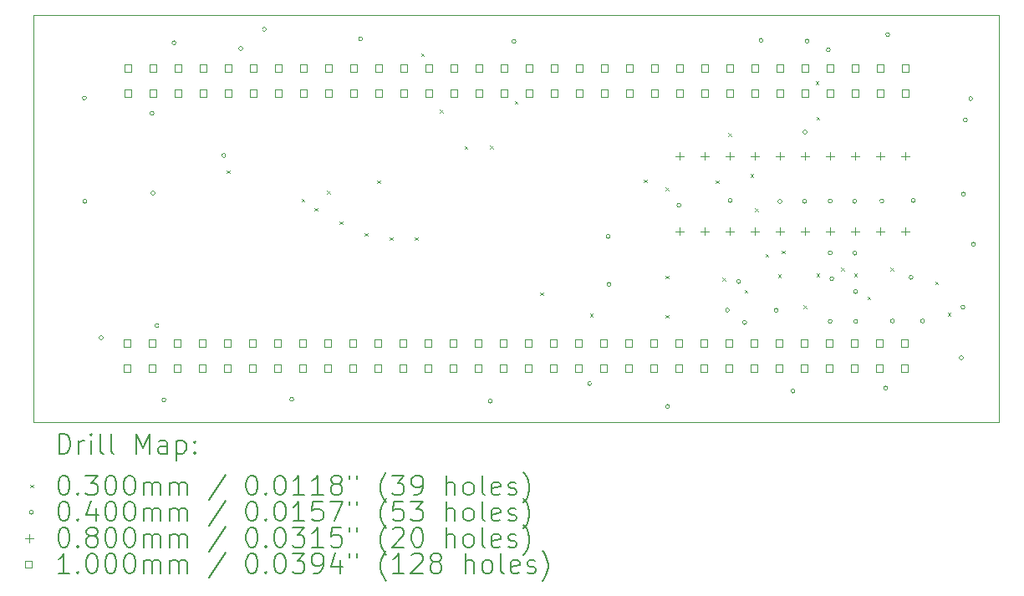
<source format=gbr>
%TF.GenerationSoftware,KiCad,Pcbnew,8.0.6-8.0.6-0~ubuntu24.04.1*%
%TF.CreationDate,2024-11-30T23:26:55+01:00*%
%TF.ProjectId,qlexternal512kram_MIX,716c6578-7465-4726-9e61-6c3531326b72,3*%
%TF.SameCoordinates,Original*%
%TF.FileFunction,Drillmap*%
%TF.FilePolarity,Positive*%
%FSLAX45Y45*%
G04 Gerber Fmt 4.5, Leading zero omitted, Abs format (unit mm)*
G04 Created by KiCad (PCBNEW 8.0.6-8.0.6-0~ubuntu24.04.1) date 2024-11-30 23:26:55*
%MOMM*%
%LPD*%
G01*
G04 APERTURE LIST*
%ADD10C,0.100000*%
%ADD11C,0.200000*%
G04 APERTURE END LIST*
D10*
X9280500Y-5237500D02*
X19059500Y-5237500D01*
X19059500Y-9366500D01*
X9280500Y-9366500D01*
X9280500Y-5237500D01*
D11*
D10*
X11236000Y-6812500D02*
X11266000Y-6842500D01*
X11266000Y-6812500D02*
X11236000Y-6842500D01*
X11993000Y-7101500D02*
X12023000Y-7131500D01*
X12023000Y-7101500D02*
X11993000Y-7131500D01*
X12125000Y-7195500D02*
X12155000Y-7225500D01*
X12155000Y-7195500D02*
X12125000Y-7225500D01*
X12249000Y-7018500D02*
X12279000Y-7048500D01*
X12279000Y-7018500D02*
X12249000Y-7048500D01*
X12376000Y-7330500D02*
X12406000Y-7360500D01*
X12406000Y-7330500D02*
X12376000Y-7360500D01*
X12632000Y-7446500D02*
X12662000Y-7476500D01*
X12662000Y-7446500D02*
X12632000Y-7476500D01*
X12757000Y-6916500D02*
X12787000Y-6946500D01*
X12787000Y-6916500D02*
X12757000Y-6946500D01*
X12884000Y-7489500D02*
X12914000Y-7519500D01*
X12914000Y-7489500D02*
X12884000Y-7519500D01*
X13140000Y-7491500D02*
X13170000Y-7521500D01*
X13170000Y-7491500D02*
X13140000Y-7521500D01*
X13202000Y-5626500D02*
X13232000Y-5656500D01*
X13232000Y-5626500D02*
X13202000Y-5656500D01*
X13392000Y-6201500D02*
X13422000Y-6231500D01*
X13422000Y-6201500D02*
X13392000Y-6231500D01*
X13645000Y-6568500D02*
X13675000Y-6598500D01*
X13675000Y-6568500D02*
X13645000Y-6598500D01*
X13901694Y-6564806D02*
X13931694Y-6594806D01*
X13931694Y-6564806D02*
X13901694Y-6594806D01*
X14153000Y-6110500D02*
X14183000Y-6140500D01*
X14183000Y-6110500D02*
X14153000Y-6140500D01*
X14409000Y-8049500D02*
X14439000Y-8079500D01*
X14439000Y-8049500D02*
X14409000Y-8079500D01*
X14915000Y-8264000D02*
X14945000Y-8294000D01*
X14945000Y-8264000D02*
X14915000Y-8294000D01*
X15458000Y-6904500D02*
X15488000Y-6934500D01*
X15488000Y-6904500D02*
X15458000Y-6934500D01*
X15678000Y-6988500D02*
X15708000Y-7018500D01*
X15708000Y-6988500D02*
X15678000Y-7018500D01*
X15679000Y-7879500D02*
X15709000Y-7909500D01*
X15709000Y-7879500D02*
X15679000Y-7909500D01*
X15680000Y-8278500D02*
X15710000Y-8308500D01*
X15710000Y-8278500D02*
X15680000Y-8308500D01*
X16186000Y-6915500D02*
X16216000Y-6945500D01*
X16216000Y-6915500D02*
X16186000Y-6945500D01*
X16253000Y-7901500D02*
X16283000Y-7931500D01*
X16283000Y-7901500D02*
X16253000Y-7931500D01*
X16314000Y-6436600D02*
X16344000Y-6466600D01*
X16344000Y-6436600D02*
X16314000Y-6466600D01*
X16479000Y-8025500D02*
X16509000Y-8055500D01*
X16509000Y-8025500D02*
X16479000Y-8055500D01*
X16540000Y-6850500D02*
X16570000Y-6880500D01*
X16570000Y-6850500D02*
X16540000Y-6880500D01*
X16585500Y-7198000D02*
X16615500Y-7228000D01*
X16615500Y-7198000D02*
X16585500Y-7228000D01*
X16691000Y-7658500D02*
X16721000Y-7688500D01*
X16721000Y-7658500D02*
X16691000Y-7688500D01*
X16819500Y-7868500D02*
X16849500Y-7898500D01*
X16849500Y-7868500D02*
X16819500Y-7898500D01*
X16857000Y-7626000D02*
X16887000Y-7656000D01*
X16887000Y-7626000D02*
X16857000Y-7656000D01*
X17076500Y-8178500D02*
X17106500Y-8208500D01*
X17106500Y-8178500D02*
X17076500Y-8208500D01*
X17199056Y-5911444D02*
X17229056Y-5941444D01*
X17229056Y-5911444D02*
X17199056Y-5941444D01*
X17207000Y-6271500D02*
X17237000Y-6301500D01*
X17237000Y-6271500D02*
X17207000Y-6301500D01*
X17207000Y-7858500D02*
X17237000Y-7888500D01*
X17237000Y-7858500D02*
X17207000Y-7888500D01*
X17457000Y-7798500D02*
X17487000Y-7828500D01*
X17487000Y-7798500D02*
X17457000Y-7828500D01*
X17590000Y-7859500D02*
X17620000Y-7889500D01*
X17620000Y-7859500D02*
X17590000Y-7889500D01*
X17726000Y-8091500D02*
X17756000Y-8121500D01*
X17756000Y-8091500D02*
X17726000Y-8121500D01*
X17958000Y-7800500D02*
X17988000Y-7830500D01*
X17988000Y-7800500D02*
X17958000Y-7830500D01*
X18408500Y-7938000D02*
X18438500Y-7968000D01*
X18438500Y-7938000D02*
X18408500Y-7968000D01*
X18535500Y-8258500D02*
X18565500Y-8288500D01*
X18565500Y-8258500D02*
X18535500Y-8288500D01*
X9813000Y-6080500D02*
G75*
G02*
X9773000Y-6080500I-20000J0D01*
G01*
X9773000Y-6080500D02*
G75*
G02*
X9813000Y-6080500I20000J0D01*
G01*
X9818000Y-7127500D02*
G75*
G02*
X9778000Y-7127500I-20000J0D01*
G01*
X9778000Y-7127500D02*
G75*
G02*
X9818000Y-7127500I20000J0D01*
G01*
X9983000Y-8508500D02*
G75*
G02*
X9943000Y-8508500I-20000J0D01*
G01*
X9943000Y-8508500D02*
G75*
G02*
X9983000Y-8508500I20000J0D01*
G01*
X10498000Y-6236500D02*
G75*
G02*
X10458000Y-6236500I-20000J0D01*
G01*
X10458000Y-6236500D02*
G75*
G02*
X10498000Y-6236500I20000J0D01*
G01*
X10508000Y-7043500D02*
G75*
G02*
X10468000Y-7043500I-20000J0D01*
G01*
X10468000Y-7043500D02*
G75*
G02*
X10508000Y-7043500I20000J0D01*
G01*
X10547000Y-8386500D02*
G75*
G02*
X10507000Y-8386500I-20000J0D01*
G01*
X10507000Y-8386500D02*
G75*
G02*
X10547000Y-8386500I20000J0D01*
G01*
X10618000Y-9138500D02*
G75*
G02*
X10578000Y-9138500I-20000J0D01*
G01*
X10578000Y-9138500D02*
G75*
G02*
X10618000Y-9138500I20000J0D01*
G01*
X10720000Y-5521500D02*
G75*
G02*
X10680000Y-5521500I-20000J0D01*
G01*
X10680000Y-5521500D02*
G75*
G02*
X10720000Y-5521500I20000J0D01*
G01*
X11225000Y-6662500D02*
G75*
G02*
X11185000Y-6662500I-20000J0D01*
G01*
X11185000Y-6662500D02*
G75*
G02*
X11225000Y-6662500I20000J0D01*
G01*
X11396000Y-5579000D02*
G75*
G02*
X11356000Y-5579000I-20000J0D01*
G01*
X11356000Y-5579000D02*
G75*
G02*
X11396000Y-5579000I20000J0D01*
G01*
X11635000Y-5384500D02*
G75*
G02*
X11595000Y-5384500I-20000J0D01*
G01*
X11595000Y-5384500D02*
G75*
G02*
X11635000Y-5384500I20000J0D01*
G01*
X11913000Y-9132500D02*
G75*
G02*
X11873000Y-9132500I-20000J0D01*
G01*
X11873000Y-9132500D02*
G75*
G02*
X11913000Y-9132500I20000J0D01*
G01*
X12610000Y-5483500D02*
G75*
G02*
X12570000Y-5483500I-20000J0D01*
G01*
X12570000Y-5483500D02*
G75*
G02*
X12610000Y-5483500I20000J0D01*
G01*
X13924000Y-9150500D02*
G75*
G02*
X13884000Y-9150500I-20000J0D01*
G01*
X13884000Y-9150500D02*
G75*
G02*
X13924000Y-9150500I20000J0D01*
G01*
X14163000Y-5506500D02*
G75*
G02*
X14123000Y-5506500I-20000J0D01*
G01*
X14123000Y-5506500D02*
G75*
G02*
X14163000Y-5506500I20000J0D01*
G01*
X14929000Y-8973500D02*
G75*
G02*
X14889000Y-8973500I-20000J0D01*
G01*
X14889000Y-8973500D02*
G75*
G02*
X14929000Y-8973500I20000J0D01*
G01*
X15117000Y-7483500D02*
G75*
G02*
X15077000Y-7483500I-20000J0D01*
G01*
X15077000Y-7483500D02*
G75*
G02*
X15117000Y-7483500I20000J0D01*
G01*
X15126000Y-7967500D02*
G75*
G02*
X15086000Y-7967500I-20000J0D01*
G01*
X15086000Y-7967500D02*
G75*
G02*
X15126000Y-7967500I20000J0D01*
G01*
X15720000Y-9205500D02*
G75*
G02*
X15680000Y-9205500I-20000J0D01*
G01*
X15680000Y-9205500D02*
G75*
G02*
X15720000Y-9205500I20000J0D01*
G01*
X15835000Y-7165500D02*
G75*
G02*
X15795000Y-7165500I-20000J0D01*
G01*
X15795000Y-7165500D02*
G75*
G02*
X15835000Y-7165500I20000J0D01*
G01*
X16326000Y-8229500D02*
G75*
G02*
X16286000Y-8229500I-20000J0D01*
G01*
X16286000Y-8229500D02*
G75*
G02*
X16326000Y-8229500I20000J0D01*
G01*
X16353000Y-7118500D02*
G75*
G02*
X16313000Y-7118500I-20000J0D01*
G01*
X16313000Y-7118500D02*
G75*
G02*
X16353000Y-7118500I20000J0D01*
G01*
X16440000Y-7939500D02*
G75*
G02*
X16400000Y-7939500I-20000J0D01*
G01*
X16400000Y-7939500D02*
G75*
G02*
X16440000Y-7939500I20000J0D01*
G01*
X16500000Y-8354500D02*
G75*
G02*
X16460000Y-8354500I-20000J0D01*
G01*
X16460000Y-8354500D02*
G75*
G02*
X16500000Y-8354500I20000J0D01*
G01*
X16665000Y-5496500D02*
G75*
G02*
X16625000Y-5496500I-20000J0D01*
G01*
X16625000Y-5496500D02*
G75*
G02*
X16665000Y-5496500I20000J0D01*
G01*
X16819000Y-8231500D02*
G75*
G02*
X16779000Y-8231500I-20000J0D01*
G01*
X16779000Y-8231500D02*
G75*
G02*
X16819000Y-8231500I20000J0D01*
G01*
X16858000Y-7129500D02*
G75*
G02*
X16818000Y-7129500I-20000J0D01*
G01*
X16818000Y-7129500D02*
G75*
G02*
X16858000Y-7129500I20000J0D01*
G01*
X16991000Y-9049500D02*
G75*
G02*
X16951000Y-9049500I-20000J0D01*
G01*
X16951000Y-9049500D02*
G75*
G02*
X16991000Y-9049500I20000J0D01*
G01*
X17107000Y-7128500D02*
G75*
G02*
X17067000Y-7128500I-20000J0D01*
G01*
X17067000Y-7128500D02*
G75*
G02*
X17107000Y-7128500I20000J0D01*
G01*
X17111000Y-6426200D02*
G75*
G02*
X17071000Y-6426200I-20000J0D01*
G01*
X17071000Y-6426200D02*
G75*
G02*
X17111000Y-6426200I20000J0D01*
G01*
X17134000Y-5504500D02*
G75*
G02*
X17094000Y-5504500I-20000J0D01*
G01*
X17094000Y-5504500D02*
G75*
G02*
X17134000Y-5504500I20000J0D01*
G01*
X17348000Y-5593500D02*
G75*
G02*
X17308000Y-5593500I-20000J0D01*
G01*
X17308000Y-5593500D02*
G75*
G02*
X17348000Y-5593500I20000J0D01*
G01*
X17366000Y-8342500D02*
G75*
G02*
X17326000Y-8342500I-20000J0D01*
G01*
X17326000Y-8342500D02*
G75*
G02*
X17366000Y-8342500I20000J0D01*
G01*
X17367000Y-7648500D02*
G75*
G02*
X17327000Y-7648500I-20000J0D01*
G01*
X17327000Y-7648500D02*
G75*
G02*
X17367000Y-7648500I20000J0D01*
G01*
X17368000Y-7125500D02*
G75*
G02*
X17328000Y-7125500I-20000J0D01*
G01*
X17328000Y-7125500D02*
G75*
G02*
X17368000Y-7125500I20000J0D01*
G01*
X17383000Y-7911500D02*
G75*
G02*
X17343000Y-7911500I-20000J0D01*
G01*
X17343000Y-7911500D02*
G75*
G02*
X17383000Y-7911500I20000J0D01*
G01*
X17614000Y-7126500D02*
G75*
G02*
X17574000Y-7126500I-20000J0D01*
G01*
X17574000Y-7126500D02*
G75*
G02*
X17614000Y-7126500I20000J0D01*
G01*
X17617000Y-7651500D02*
G75*
G02*
X17577000Y-7651500I-20000J0D01*
G01*
X17577000Y-7651500D02*
G75*
G02*
X17617000Y-7651500I20000J0D01*
G01*
X17623000Y-8040500D02*
G75*
G02*
X17583000Y-8040500I-20000J0D01*
G01*
X17583000Y-8040500D02*
G75*
G02*
X17623000Y-8040500I20000J0D01*
G01*
X17625000Y-8342500D02*
G75*
G02*
X17585000Y-8342500I-20000J0D01*
G01*
X17585000Y-8342500D02*
G75*
G02*
X17625000Y-8342500I20000J0D01*
G01*
X17890000Y-7124500D02*
G75*
G02*
X17850000Y-7124500I-20000J0D01*
G01*
X17850000Y-7124500D02*
G75*
G02*
X17890000Y-7124500I20000J0D01*
G01*
X17928000Y-9017500D02*
G75*
G02*
X17888000Y-9017500I-20000J0D01*
G01*
X17888000Y-9017500D02*
G75*
G02*
X17928000Y-9017500I20000J0D01*
G01*
X17949000Y-5438500D02*
G75*
G02*
X17909000Y-5438500I-20000J0D01*
G01*
X17909000Y-5438500D02*
G75*
G02*
X17949000Y-5438500I20000J0D01*
G01*
X17998000Y-8339500D02*
G75*
G02*
X17958000Y-8339500I-20000J0D01*
G01*
X17958000Y-8339500D02*
G75*
G02*
X17998000Y-8339500I20000J0D01*
G01*
X18186000Y-7897500D02*
G75*
G02*
X18146000Y-7897500I-20000J0D01*
G01*
X18146000Y-7897500D02*
G75*
G02*
X18186000Y-7897500I20000J0D01*
G01*
X18208000Y-7119500D02*
G75*
G02*
X18168000Y-7119500I-20000J0D01*
G01*
X18168000Y-7119500D02*
G75*
G02*
X18208000Y-7119500I20000J0D01*
G01*
X18302000Y-8339500D02*
G75*
G02*
X18262000Y-8339500I-20000J0D01*
G01*
X18262000Y-8339500D02*
G75*
G02*
X18302000Y-8339500I20000J0D01*
G01*
X18695000Y-8711500D02*
G75*
G02*
X18655000Y-8711500I-20000J0D01*
G01*
X18655000Y-8711500D02*
G75*
G02*
X18695000Y-8711500I20000J0D01*
G01*
X18711000Y-8198500D02*
G75*
G02*
X18671000Y-8198500I-20000J0D01*
G01*
X18671000Y-8198500D02*
G75*
G02*
X18711000Y-8198500I20000J0D01*
G01*
X18715000Y-7053500D02*
G75*
G02*
X18675000Y-7053500I-20000J0D01*
G01*
X18675000Y-7053500D02*
G75*
G02*
X18715000Y-7053500I20000J0D01*
G01*
X18735000Y-6301500D02*
G75*
G02*
X18695000Y-6301500I-20000J0D01*
G01*
X18695000Y-6301500D02*
G75*
G02*
X18735000Y-6301500I20000J0D01*
G01*
X18790000Y-6087500D02*
G75*
G02*
X18750000Y-6087500I-20000J0D01*
G01*
X18750000Y-6087500D02*
G75*
G02*
X18790000Y-6087500I20000J0D01*
G01*
X18819000Y-7561500D02*
G75*
G02*
X18779000Y-7561500I-20000J0D01*
G01*
X18779000Y-7561500D02*
G75*
G02*
X18819000Y-7561500I20000J0D01*
G01*
X15821500Y-6629000D02*
X15821500Y-6709000D01*
X15781500Y-6669000D02*
X15861500Y-6669000D01*
X15821500Y-7391000D02*
X15821500Y-7471000D01*
X15781500Y-7431000D02*
X15861500Y-7431000D01*
X16075500Y-6629000D02*
X16075500Y-6709000D01*
X16035500Y-6669000D02*
X16115500Y-6669000D01*
X16075500Y-7391000D02*
X16075500Y-7471000D01*
X16035500Y-7431000D02*
X16115500Y-7431000D01*
X16329500Y-6629000D02*
X16329500Y-6709000D01*
X16289500Y-6669000D02*
X16369500Y-6669000D01*
X16329500Y-7391000D02*
X16329500Y-7471000D01*
X16289500Y-7431000D02*
X16369500Y-7431000D01*
X16583500Y-6629000D02*
X16583500Y-6709000D01*
X16543500Y-6669000D02*
X16623500Y-6669000D01*
X16583500Y-7391000D02*
X16583500Y-7471000D01*
X16543500Y-7431000D02*
X16623500Y-7431000D01*
X16837500Y-6629000D02*
X16837500Y-6709000D01*
X16797500Y-6669000D02*
X16877500Y-6669000D01*
X16837500Y-7391000D02*
X16837500Y-7471000D01*
X16797500Y-7431000D02*
X16877500Y-7431000D01*
X17091500Y-6629000D02*
X17091500Y-6709000D01*
X17051500Y-6669000D02*
X17131500Y-6669000D01*
X17091500Y-7391000D02*
X17091500Y-7471000D01*
X17051500Y-7431000D02*
X17131500Y-7431000D01*
X17345500Y-6629000D02*
X17345500Y-6709000D01*
X17305500Y-6669000D02*
X17385500Y-6669000D01*
X17345500Y-7391000D02*
X17345500Y-7471000D01*
X17305500Y-7431000D02*
X17385500Y-7431000D01*
X17599500Y-6629000D02*
X17599500Y-6709000D01*
X17559500Y-6669000D02*
X17639500Y-6669000D01*
X17599500Y-7391000D02*
X17599500Y-7471000D01*
X17559500Y-7431000D02*
X17639500Y-7431000D01*
X17853500Y-6629000D02*
X17853500Y-6709000D01*
X17813500Y-6669000D02*
X17893500Y-6669000D01*
X17853500Y-7391000D02*
X17853500Y-7471000D01*
X17813500Y-7431000D02*
X17893500Y-7431000D01*
X18107500Y-6629000D02*
X18107500Y-6709000D01*
X18067500Y-6669000D02*
X18147500Y-6669000D01*
X18107500Y-7391000D02*
X18107500Y-7471000D01*
X18067500Y-7431000D02*
X18147500Y-7431000D01*
X10262356Y-8599356D02*
X10262356Y-8528644D01*
X10191644Y-8528644D01*
X10191644Y-8599356D01*
X10262356Y-8599356D01*
X10262356Y-8853356D02*
X10262356Y-8782644D01*
X10191644Y-8782644D01*
X10191644Y-8853356D01*
X10262356Y-8853356D01*
X10268356Y-5813856D02*
X10268356Y-5743144D01*
X10197644Y-5743144D01*
X10197644Y-5813856D01*
X10268356Y-5813856D01*
X10268356Y-6067856D02*
X10268356Y-5997144D01*
X10197644Y-5997144D01*
X10197644Y-6067856D01*
X10268356Y-6067856D01*
X10516356Y-8599356D02*
X10516356Y-8528644D01*
X10445644Y-8528644D01*
X10445644Y-8599356D01*
X10516356Y-8599356D01*
X10516356Y-8853356D02*
X10516356Y-8782644D01*
X10445644Y-8782644D01*
X10445644Y-8853356D01*
X10516356Y-8853356D01*
X10522356Y-5813856D02*
X10522356Y-5743144D01*
X10451644Y-5743144D01*
X10451644Y-5813856D01*
X10522356Y-5813856D01*
X10522356Y-6067856D02*
X10522356Y-5997144D01*
X10451644Y-5997144D01*
X10451644Y-6067856D01*
X10522356Y-6067856D01*
X10770356Y-8599356D02*
X10770356Y-8528644D01*
X10699644Y-8528644D01*
X10699644Y-8599356D01*
X10770356Y-8599356D01*
X10770356Y-8853356D02*
X10770356Y-8782644D01*
X10699644Y-8782644D01*
X10699644Y-8853356D01*
X10770356Y-8853356D01*
X10776356Y-5813856D02*
X10776356Y-5743144D01*
X10705644Y-5743144D01*
X10705644Y-5813856D01*
X10776356Y-5813856D01*
X10776356Y-6067856D02*
X10776356Y-5997144D01*
X10705644Y-5997144D01*
X10705644Y-6067856D01*
X10776356Y-6067856D01*
X11024356Y-8599356D02*
X11024356Y-8528644D01*
X10953644Y-8528644D01*
X10953644Y-8599356D01*
X11024356Y-8599356D01*
X11024356Y-8853356D02*
X11024356Y-8782644D01*
X10953644Y-8782644D01*
X10953644Y-8853356D01*
X11024356Y-8853356D01*
X11030356Y-5813856D02*
X11030356Y-5743144D01*
X10959644Y-5743144D01*
X10959644Y-5813856D01*
X11030356Y-5813856D01*
X11030356Y-6067856D02*
X11030356Y-5997144D01*
X10959644Y-5997144D01*
X10959644Y-6067856D01*
X11030356Y-6067856D01*
X11278356Y-8599356D02*
X11278356Y-8528644D01*
X11207644Y-8528644D01*
X11207644Y-8599356D01*
X11278356Y-8599356D01*
X11278356Y-8853356D02*
X11278356Y-8782644D01*
X11207644Y-8782644D01*
X11207644Y-8853356D01*
X11278356Y-8853356D01*
X11284356Y-5813856D02*
X11284356Y-5743144D01*
X11213644Y-5743144D01*
X11213644Y-5813856D01*
X11284356Y-5813856D01*
X11284356Y-6067856D02*
X11284356Y-5997144D01*
X11213644Y-5997144D01*
X11213644Y-6067856D01*
X11284356Y-6067856D01*
X11532356Y-8599356D02*
X11532356Y-8528644D01*
X11461644Y-8528644D01*
X11461644Y-8599356D01*
X11532356Y-8599356D01*
X11532356Y-8853356D02*
X11532356Y-8782644D01*
X11461644Y-8782644D01*
X11461644Y-8853356D01*
X11532356Y-8853356D01*
X11538356Y-5813856D02*
X11538356Y-5743144D01*
X11467644Y-5743144D01*
X11467644Y-5813856D01*
X11538356Y-5813856D01*
X11538356Y-6067856D02*
X11538356Y-5997144D01*
X11467644Y-5997144D01*
X11467644Y-6067856D01*
X11538356Y-6067856D01*
X11786356Y-8599356D02*
X11786356Y-8528644D01*
X11715644Y-8528644D01*
X11715644Y-8599356D01*
X11786356Y-8599356D01*
X11786356Y-8853356D02*
X11786356Y-8782644D01*
X11715644Y-8782644D01*
X11715644Y-8853356D01*
X11786356Y-8853356D01*
X11792356Y-5813856D02*
X11792356Y-5743144D01*
X11721644Y-5743144D01*
X11721644Y-5813856D01*
X11792356Y-5813856D01*
X11792356Y-6067856D02*
X11792356Y-5997144D01*
X11721644Y-5997144D01*
X11721644Y-6067856D01*
X11792356Y-6067856D01*
X12040356Y-8599356D02*
X12040356Y-8528644D01*
X11969644Y-8528644D01*
X11969644Y-8599356D01*
X12040356Y-8599356D01*
X12040356Y-8853356D02*
X12040356Y-8782644D01*
X11969644Y-8782644D01*
X11969644Y-8853356D01*
X12040356Y-8853356D01*
X12046356Y-5813856D02*
X12046356Y-5743144D01*
X11975644Y-5743144D01*
X11975644Y-5813856D01*
X12046356Y-5813856D01*
X12046356Y-6067856D02*
X12046356Y-5997144D01*
X11975644Y-5997144D01*
X11975644Y-6067856D01*
X12046356Y-6067856D01*
X12294356Y-8599356D02*
X12294356Y-8528644D01*
X12223644Y-8528644D01*
X12223644Y-8599356D01*
X12294356Y-8599356D01*
X12294356Y-8853356D02*
X12294356Y-8782644D01*
X12223644Y-8782644D01*
X12223644Y-8853356D01*
X12294356Y-8853356D01*
X12300356Y-5813856D02*
X12300356Y-5743144D01*
X12229644Y-5743144D01*
X12229644Y-5813856D01*
X12300356Y-5813856D01*
X12300356Y-6067856D02*
X12300356Y-5997144D01*
X12229644Y-5997144D01*
X12229644Y-6067856D01*
X12300356Y-6067856D01*
X12548356Y-8599356D02*
X12548356Y-8528644D01*
X12477644Y-8528644D01*
X12477644Y-8599356D01*
X12548356Y-8599356D01*
X12548356Y-8853356D02*
X12548356Y-8782644D01*
X12477644Y-8782644D01*
X12477644Y-8853356D01*
X12548356Y-8853356D01*
X12554356Y-5813856D02*
X12554356Y-5743144D01*
X12483644Y-5743144D01*
X12483644Y-5813856D01*
X12554356Y-5813856D01*
X12554356Y-6067856D02*
X12554356Y-5997144D01*
X12483644Y-5997144D01*
X12483644Y-6067856D01*
X12554356Y-6067856D01*
X12802356Y-8599356D02*
X12802356Y-8528644D01*
X12731644Y-8528644D01*
X12731644Y-8599356D01*
X12802356Y-8599356D01*
X12802356Y-8853356D02*
X12802356Y-8782644D01*
X12731644Y-8782644D01*
X12731644Y-8853356D01*
X12802356Y-8853356D01*
X12808356Y-5813856D02*
X12808356Y-5743144D01*
X12737644Y-5743144D01*
X12737644Y-5813856D01*
X12808356Y-5813856D01*
X12808356Y-6067856D02*
X12808356Y-5997144D01*
X12737644Y-5997144D01*
X12737644Y-6067856D01*
X12808356Y-6067856D01*
X13056356Y-8599356D02*
X13056356Y-8528644D01*
X12985644Y-8528644D01*
X12985644Y-8599356D01*
X13056356Y-8599356D01*
X13056356Y-8853356D02*
X13056356Y-8782644D01*
X12985644Y-8782644D01*
X12985644Y-8853356D01*
X13056356Y-8853356D01*
X13062356Y-5813856D02*
X13062356Y-5743144D01*
X12991644Y-5743144D01*
X12991644Y-5813856D01*
X13062356Y-5813856D01*
X13062356Y-6067856D02*
X13062356Y-5997144D01*
X12991644Y-5997144D01*
X12991644Y-6067856D01*
X13062356Y-6067856D01*
X13310356Y-8599356D02*
X13310356Y-8528644D01*
X13239644Y-8528644D01*
X13239644Y-8599356D01*
X13310356Y-8599356D01*
X13310356Y-8853356D02*
X13310356Y-8782644D01*
X13239644Y-8782644D01*
X13239644Y-8853356D01*
X13310356Y-8853356D01*
X13316356Y-5813856D02*
X13316356Y-5743144D01*
X13245644Y-5743144D01*
X13245644Y-5813856D01*
X13316356Y-5813856D01*
X13316356Y-6067856D02*
X13316356Y-5997144D01*
X13245644Y-5997144D01*
X13245644Y-6067856D01*
X13316356Y-6067856D01*
X13564356Y-8599356D02*
X13564356Y-8528644D01*
X13493644Y-8528644D01*
X13493644Y-8599356D01*
X13564356Y-8599356D01*
X13564356Y-8853356D02*
X13564356Y-8782644D01*
X13493644Y-8782644D01*
X13493644Y-8853356D01*
X13564356Y-8853356D01*
X13570356Y-5813856D02*
X13570356Y-5743144D01*
X13499644Y-5743144D01*
X13499644Y-5813856D01*
X13570356Y-5813856D01*
X13570356Y-6067856D02*
X13570356Y-5997144D01*
X13499644Y-5997144D01*
X13499644Y-6067856D01*
X13570356Y-6067856D01*
X13818356Y-8599356D02*
X13818356Y-8528644D01*
X13747644Y-8528644D01*
X13747644Y-8599356D01*
X13818356Y-8599356D01*
X13818356Y-8853356D02*
X13818356Y-8782644D01*
X13747644Y-8782644D01*
X13747644Y-8853356D01*
X13818356Y-8853356D01*
X13824356Y-5813856D02*
X13824356Y-5743144D01*
X13753644Y-5743144D01*
X13753644Y-5813856D01*
X13824356Y-5813856D01*
X13824356Y-6067856D02*
X13824356Y-5997144D01*
X13753644Y-5997144D01*
X13753644Y-6067856D01*
X13824356Y-6067856D01*
X14072356Y-8599356D02*
X14072356Y-8528644D01*
X14001644Y-8528644D01*
X14001644Y-8599356D01*
X14072356Y-8599356D01*
X14072356Y-8853356D02*
X14072356Y-8782644D01*
X14001644Y-8782644D01*
X14001644Y-8853356D01*
X14072356Y-8853356D01*
X14078356Y-5813856D02*
X14078356Y-5743144D01*
X14007644Y-5743144D01*
X14007644Y-5813856D01*
X14078356Y-5813856D01*
X14078356Y-6067856D02*
X14078356Y-5997144D01*
X14007644Y-5997144D01*
X14007644Y-6067856D01*
X14078356Y-6067856D01*
X14326356Y-8599356D02*
X14326356Y-8528644D01*
X14255644Y-8528644D01*
X14255644Y-8599356D01*
X14326356Y-8599356D01*
X14326356Y-8853356D02*
X14326356Y-8782644D01*
X14255644Y-8782644D01*
X14255644Y-8853356D01*
X14326356Y-8853356D01*
X14332356Y-5813856D02*
X14332356Y-5743144D01*
X14261644Y-5743144D01*
X14261644Y-5813856D01*
X14332356Y-5813856D01*
X14332356Y-6067856D02*
X14332356Y-5997144D01*
X14261644Y-5997144D01*
X14261644Y-6067856D01*
X14332356Y-6067856D01*
X14580356Y-8599356D02*
X14580356Y-8528644D01*
X14509644Y-8528644D01*
X14509644Y-8599356D01*
X14580356Y-8599356D01*
X14580356Y-8853356D02*
X14580356Y-8782644D01*
X14509644Y-8782644D01*
X14509644Y-8853356D01*
X14580356Y-8853356D01*
X14586356Y-5813856D02*
X14586356Y-5743144D01*
X14515644Y-5743144D01*
X14515644Y-5813856D01*
X14586356Y-5813856D01*
X14586356Y-6067856D02*
X14586356Y-5997144D01*
X14515644Y-5997144D01*
X14515644Y-6067856D01*
X14586356Y-6067856D01*
X14834356Y-8599356D02*
X14834356Y-8528644D01*
X14763644Y-8528644D01*
X14763644Y-8599356D01*
X14834356Y-8599356D01*
X14834356Y-8853356D02*
X14834356Y-8782644D01*
X14763644Y-8782644D01*
X14763644Y-8853356D01*
X14834356Y-8853356D01*
X14840356Y-5813856D02*
X14840356Y-5743144D01*
X14769644Y-5743144D01*
X14769644Y-5813856D01*
X14840356Y-5813856D01*
X14840356Y-6067856D02*
X14840356Y-5997144D01*
X14769644Y-5997144D01*
X14769644Y-6067856D01*
X14840356Y-6067856D01*
X15088356Y-8599356D02*
X15088356Y-8528644D01*
X15017644Y-8528644D01*
X15017644Y-8599356D01*
X15088356Y-8599356D01*
X15088356Y-8853356D02*
X15088356Y-8782644D01*
X15017644Y-8782644D01*
X15017644Y-8853356D01*
X15088356Y-8853356D01*
X15094356Y-5813856D02*
X15094356Y-5743144D01*
X15023644Y-5743144D01*
X15023644Y-5813856D01*
X15094356Y-5813856D01*
X15094356Y-6067856D02*
X15094356Y-5997144D01*
X15023644Y-5997144D01*
X15023644Y-6067856D01*
X15094356Y-6067856D01*
X15342356Y-8599356D02*
X15342356Y-8528644D01*
X15271644Y-8528644D01*
X15271644Y-8599356D01*
X15342356Y-8599356D01*
X15342356Y-8853356D02*
X15342356Y-8782644D01*
X15271644Y-8782644D01*
X15271644Y-8853356D01*
X15342356Y-8853356D01*
X15348356Y-5813856D02*
X15348356Y-5743144D01*
X15277644Y-5743144D01*
X15277644Y-5813856D01*
X15348356Y-5813856D01*
X15348356Y-6067856D02*
X15348356Y-5997144D01*
X15277644Y-5997144D01*
X15277644Y-6067856D01*
X15348356Y-6067856D01*
X15596356Y-8599356D02*
X15596356Y-8528644D01*
X15525644Y-8528644D01*
X15525644Y-8599356D01*
X15596356Y-8599356D01*
X15596356Y-8853356D02*
X15596356Y-8782644D01*
X15525644Y-8782644D01*
X15525644Y-8853356D01*
X15596356Y-8853356D01*
X15602356Y-5813856D02*
X15602356Y-5743144D01*
X15531644Y-5743144D01*
X15531644Y-5813856D01*
X15602356Y-5813856D01*
X15602356Y-6067856D02*
X15602356Y-5997144D01*
X15531644Y-5997144D01*
X15531644Y-6067856D01*
X15602356Y-6067856D01*
X15850356Y-8599356D02*
X15850356Y-8528644D01*
X15779644Y-8528644D01*
X15779644Y-8599356D01*
X15850356Y-8599356D01*
X15850356Y-8853356D02*
X15850356Y-8782644D01*
X15779644Y-8782644D01*
X15779644Y-8853356D01*
X15850356Y-8853356D01*
X15856356Y-5813856D02*
X15856356Y-5743144D01*
X15785644Y-5743144D01*
X15785644Y-5813856D01*
X15856356Y-5813856D01*
X15856356Y-6067856D02*
X15856356Y-5997144D01*
X15785644Y-5997144D01*
X15785644Y-6067856D01*
X15856356Y-6067856D01*
X16104356Y-8599356D02*
X16104356Y-8528644D01*
X16033644Y-8528644D01*
X16033644Y-8599356D01*
X16104356Y-8599356D01*
X16104356Y-8853356D02*
X16104356Y-8782644D01*
X16033644Y-8782644D01*
X16033644Y-8853356D01*
X16104356Y-8853356D01*
X16110356Y-5813856D02*
X16110356Y-5743144D01*
X16039644Y-5743144D01*
X16039644Y-5813856D01*
X16110356Y-5813856D01*
X16110356Y-6067856D02*
X16110356Y-5997144D01*
X16039644Y-5997144D01*
X16039644Y-6067856D01*
X16110356Y-6067856D01*
X16358356Y-8599356D02*
X16358356Y-8528644D01*
X16287644Y-8528644D01*
X16287644Y-8599356D01*
X16358356Y-8599356D01*
X16358356Y-8853356D02*
X16358356Y-8782644D01*
X16287644Y-8782644D01*
X16287644Y-8853356D01*
X16358356Y-8853356D01*
X16364356Y-5813856D02*
X16364356Y-5743144D01*
X16293644Y-5743144D01*
X16293644Y-5813856D01*
X16364356Y-5813856D01*
X16364356Y-6067856D02*
X16364356Y-5997144D01*
X16293644Y-5997144D01*
X16293644Y-6067856D01*
X16364356Y-6067856D01*
X16612356Y-8599356D02*
X16612356Y-8528644D01*
X16541644Y-8528644D01*
X16541644Y-8599356D01*
X16612356Y-8599356D01*
X16612356Y-8853356D02*
X16612356Y-8782644D01*
X16541644Y-8782644D01*
X16541644Y-8853356D01*
X16612356Y-8853356D01*
X16618356Y-5813856D02*
X16618356Y-5743144D01*
X16547644Y-5743144D01*
X16547644Y-5813856D01*
X16618356Y-5813856D01*
X16618356Y-6067856D02*
X16618356Y-5997144D01*
X16547644Y-5997144D01*
X16547644Y-6067856D01*
X16618356Y-6067856D01*
X16866356Y-8599356D02*
X16866356Y-8528644D01*
X16795644Y-8528644D01*
X16795644Y-8599356D01*
X16866356Y-8599356D01*
X16866356Y-8853356D02*
X16866356Y-8782644D01*
X16795644Y-8782644D01*
X16795644Y-8853356D01*
X16866356Y-8853356D01*
X16872356Y-5813856D02*
X16872356Y-5743144D01*
X16801644Y-5743144D01*
X16801644Y-5813856D01*
X16872356Y-5813856D01*
X16872356Y-6067856D02*
X16872356Y-5997144D01*
X16801644Y-5997144D01*
X16801644Y-6067856D01*
X16872356Y-6067856D01*
X17120356Y-8599356D02*
X17120356Y-8528644D01*
X17049644Y-8528644D01*
X17049644Y-8599356D01*
X17120356Y-8599356D01*
X17120356Y-8853356D02*
X17120356Y-8782644D01*
X17049644Y-8782644D01*
X17049644Y-8853356D01*
X17120356Y-8853356D01*
X17126356Y-5813856D02*
X17126356Y-5743144D01*
X17055644Y-5743144D01*
X17055644Y-5813856D01*
X17126356Y-5813856D01*
X17126356Y-6067856D02*
X17126356Y-5997144D01*
X17055644Y-5997144D01*
X17055644Y-6067856D01*
X17126356Y-6067856D01*
X17374356Y-8599356D02*
X17374356Y-8528644D01*
X17303644Y-8528644D01*
X17303644Y-8599356D01*
X17374356Y-8599356D01*
X17374356Y-8853356D02*
X17374356Y-8782644D01*
X17303644Y-8782644D01*
X17303644Y-8853356D01*
X17374356Y-8853356D01*
X17380356Y-5813856D02*
X17380356Y-5743144D01*
X17309644Y-5743144D01*
X17309644Y-5813856D01*
X17380356Y-5813856D01*
X17380356Y-6067856D02*
X17380356Y-5997144D01*
X17309644Y-5997144D01*
X17309644Y-6067856D01*
X17380356Y-6067856D01*
X17628356Y-8599356D02*
X17628356Y-8528644D01*
X17557644Y-8528644D01*
X17557644Y-8599356D01*
X17628356Y-8599356D01*
X17628356Y-8853356D02*
X17628356Y-8782644D01*
X17557644Y-8782644D01*
X17557644Y-8853356D01*
X17628356Y-8853356D01*
X17634356Y-5813856D02*
X17634356Y-5743144D01*
X17563644Y-5743144D01*
X17563644Y-5813856D01*
X17634356Y-5813856D01*
X17634356Y-6067856D02*
X17634356Y-5997144D01*
X17563644Y-5997144D01*
X17563644Y-6067856D01*
X17634356Y-6067856D01*
X17882356Y-8599356D02*
X17882356Y-8528644D01*
X17811644Y-8528644D01*
X17811644Y-8599356D01*
X17882356Y-8599356D01*
X17882356Y-8853356D02*
X17882356Y-8782644D01*
X17811644Y-8782644D01*
X17811644Y-8853356D01*
X17882356Y-8853356D01*
X17888356Y-5813856D02*
X17888356Y-5743144D01*
X17817644Y-5743144D01*
X17817644Y-5813856D01*
X17888356Y-5813856D01*
X17888356Y-6067856D02*
X17888356Y-5997144D01*
X17817644Y-5997144D01*
X17817644Y-6067856D01*
X17888356Y-6067856D01*
X18136356Y-8599356D02*
X18136356Y-8528644D01*
X18065644Y-8528644D01*
X18065644Y-8599356D01*
X18136356Y-8599356D01*
X18136356Y-8853356D02*
X18136356Y-8782644D01*
X18065644Y-8782644D01*
X18065644Y-8853356D01*
X18136356Y-8853356D01*
X18142356Y-5813856D02*
X18142356Y-5743144D01*
X18071644Y-5743144D01*
X18071644Y-5813856D01*
X18142356Y-5813856D01*
X18142356Y-6067856D02*
X18142356Y-5997144D01*
X18071644Y-5997144D01*
X18071644Y-6067856D01*
X18142356Y-6067856D01*
D11*
X9536277Y-9682984D02*
X9536277Y-9482984D01*
X9536277Y-9482984D02*
X9583896Y-9482984D01*
X9583896Y-9482984D02*
X9612467Y-9492508D01*
X9612467Y-9492508D02*
X9631515Y-9511555D01*
X9631515Y-9511555D02*
X9641039Y-9530603D01*
X9641039Y-9530603D02*
X9650563Y-9568698D01*
X9650563Y-9568698D02*
X9650563Y-9597270D01*
X9650563Y-9597270D02*
X9641039Y-9635365D01*
X9641039Y-9635365D02*
X9631515Y-9654412D01*
X9631515Y-9654412D02*
X9612467Y-9673460D01*
X9612467Y-9673460D02*
X9583896Y-9682984D01*
X9583896Y-9682984D02*
X9536277Y-9682984D01*
X9736277Y-9682984D02*
X9736277Y-9549650D01*
X9736277Y-9587746D02*
X9745801Y-9568698D01*
X9745801Y-9568698D02*
X9755324Y-9559174D01*
X9755324Y-9559174D02*
X9774372Y-9549650D01*
X9774372Y-9549650D02*
X9793420Y-9549650D01*
X9860086Y-9682984D02*
X9860086Y-9549650D01*
X9860086Y-9482984D02*
X9850563Y-9492508D01*
X9850563Y-9492508D02*
X9860086Y-9502031D01*
X9860086Y-9502031D02*
X9869610Y-9492508D01*
X9869610Y-9492508D02*
X9860086Y-9482984D01*
X9860086Y-9482984D02*
X9860086Y-9502031D01*
X9983896Y-9682984D02*
X9964848Y-9673460D01*
X9964848Y-9673460D02*
X9955324Y-9654412D01*
X9955324Y-9654412D02*
X9955324Y-9482984D01*
X10088658Y-9682984D02*
X10069610Y-9673460D01*
X10069610Y-9673460D02*
X10060086Y-9654412D01*
X10060086Y-9654412D02*
X10060086Y-9482984D01*
X10317229Y-9682984D02*
X10317229Y-9482984D01*
X10317229Y-9482984D02*
X10383896Y-9625841D01*
X10383896Y-9625841D02*
X10450563Y-9482984D01*
X10450563Y-9482984D02*
X10450563Y-9682984D01*
X10631515Y-9682984D02*
X10631515Y-9578222D01*
X10631515Y-9578222D02*
X10621991Y-9559174D01*
X10621991Y-9559174D02*
X10602944Y-9549650D01*
X10602944Y-9549650D02*
X10564848Y-9549650D01*
X10564848Y-9549650D02*
X10545801Y-9559174D01*
X10631515Y-9673460D02*
X10612467Y-9682984D01*
X10612467Y-9682984D02*
X10564848Y-9682984D01*
X10564848Y-9682984D02*
X10545801Y-9673460D01*
X10545801Y-9673460D02*
X10536277Y-9654412D01*
X10536277Y-9654412D02*
X10536277Y-9635365D01*
X10536277Y-9635365D02*
X10545801Y-9616317D01*
X10545801Y-9616317D02*
X10564848Y-9606793D01*
X10564848Y-9606793D02*
X10612467Y-9606793D01*
X10612467Y-9606793D02*
X10631515Y-9597270D01*
X10726753Y-9549650D02*
X10726753Y-9749650D01*
X10726753Y-9559174D02*
X10745801Y-9549650D01*
X10745801Y-9549650D02*
X10783896Y-9549650D01*
X10783896Y-9549650D02*
X10802944Y-9559174D01*
X10802944Y-9559174D02*
X10812467Y-9568698D01*
X10812467Y-9568698D02*
X10821991Y-9587746D01*
X10821991Y-9587746D02*
X10821991Y-9644889D01*
X10821991Y-9644889D02*
X10812467Y-9663936D01*
X10812467Y-9663936D02*
X10802944Y-9673460D01*
X10802944Y-9673460D02*
X10783896Y-9682984D01*
X10783896Y-9682984D02*
X10745801Y-9682984D01*
X10745801Y-9682984D02*
X10726753Y-9673460D01*
X10907705Y-9663936D02*
X10917229Y-9673460D01*
X10917229Y-9673460D02*
X10907705Y-9682984D01*
X10907705Y-9682984D02*
X10898182Y-9673460D01*
X10898182Y-9673460D02*
X10907705Y-9663936D01*
X10907705Y-9663936D02*
X10907705Y-9682984D01*
X10907705Y-9559174D02*
X10917229Y-9568698D01*
X10917229Y-9568698D02*
X10907705Y-9578222D01*
X10907705Y-9578222D02*
X10898182Y-9568698D01*
X10898182Y-9568698D02*
X10907705Y-9559174D01*
X10907705Y-9559174D02*
X10907705Y-9578222D01*
D10*
X9245500Y-9996500D02*
X9275500Y-10026500D01*
X9275500Y-9996500D02*
X9245500Y-10026500D01*
D11*
X9574372Y-9902984D02*
X9593420Y-9902984D01*
X9593420Y-9902984D02*
X9612467Y-9912508D01*
X9612467Y-9912508D02*
X9621991Y-9922031D01*
X9621991Y-9922031D02*
X9631515Y-9941079D01*
X9631515Y-9941079D02*
X9641039Y-9979174D01*
X9641039Y-9979174D02*
X9641039Y-10026793D01*
X9641039Y-10026793D02*
X9631515Y-10064889D01*
X9631515Y-10064889D02*
X9621991Y-10083936D01*
X9621991Y-10083936D02*
X9612467Y-10093460D01*
X9612467Y-10093460D02*
X9593420Y-10102984D01*
X9593420Y-10102984D02*
X9574372Y-10102984D01*
X9574372Y-10102984D02*
X9555324Y-10093460D01*
X9555324Y-10093460D02*
X9545801Y-10083936D01*
X9545801Y-10083936D02*
X9536277Y-10064889D01*
X9536277Y-10064889D02*
X9526753Y-10026793D01*
X9526753Y-10026793D02*
X9526753Y-9979174D01*
X9526753Y-9979174D02*
X9536277Y-9941079D01*
X9536277Y-9941079D02*
X9545801Y-9922031D01*
X9545801Y-9922031D02*
X9555324Y-9912508D01*
X9555324Y-9912508D02*
X9574372Y-9902984D01*
X9726753Y-10083936D02*
X9736277Y-10093460D01*
X9736277Y-10093460D02*
X9726753Y-10102984D01*
X9726753Y-10102984D02*
X9717229Y-10093460D01*
X9717229Y-10093460D02*
X9726753Y-10083936D01*
X9726753Y-10083936D02*
X9726753Y-10102984D01*
X9802944Y-9902984D02*
X9926753Y-9902984D01*
X9926753Y-9902984D02*
X9860086Y-9979174D01*
X9860086Y-9979174D02*
X9888658Y-9979174D01*
X9888658Y-9979174D02*
X9907705Y-9988698D01*
X9907705Y-9988698D02*
X9917229Y-9998222D01*
X9917229Y-9998222D02*
X9926753Y-10017270D01*
X9926753Y-10017270D02*
X9926753Y-10064889D01*
X9926753Y-10064889D02*
X9917229Y-10083936D01*
X9917229Y-10083936D02*
X9907705Y-10093460D01*
X9907705Y-10093460D02*
X9888658Y-10102984D01*
X9888658Y-10102984D02*
X9831515Y-10102984D01*
X9831515Y-10102984D02*
X9812467Y-10093460D01*
X9812467Y-10093460D02*
X9802944Y-10083936D01*
X10050563Y-9902984D02*
X10069610Y-9902984D01*
X10069610Y-9902984D02*
X10088658Y-9912508D01*
X10088658Y-9912508D02*
X10098182Y-9922031D01*
X10098182Y-9922031D02*
X10107705Y-9941079D01*
X10107705Y-9941079D02*
X10117229Y-9979174D01*
X10117229Y-9979174D02*
X10117229Y-10026793D01*
X10117229Y-10026793D02*
X10107705Y-10064889D01*
X10107705Y-10064889D02*
X10098182Y-10083936D01*
X10098182Y-10083936D02*
X10088658Y-10093460D01*
X10088658Y-10093460D02*
X10069610Y-10102984D01*
X10069610Y-10102984D02*
X10050563Y-10102984D01*
X10050563Y-10102984D02*
X10031515Y-10093460D01*
X10031515Y-10093460D02*
X10021991Y-10083936D01*
X10021991Y-10083936D02*
X10012467Y-10064889D01*
X10012467Y-10064889D02*
X10002944Y-10026793D01*
X10002944Y-10026793D02*
X10002944Y-9979174D01*
X10002944Y-9979174D02*
X10012467Y-9941079D01*
X10012467Y-9941079D02*
X10021991Y-9922031D01*
X10021991Y-9922031D02*
X10031515Y-9912508D01*
X10031515Y-9912508D02*
X10050563Y-9902984D01*
X10241039Y-9902984D02*
X10260086Y-9902984D01*
X10260086Y-9902984D02*
X10279134Y-9912508D01*
X10279134Y-9912508D02*
X10288658Y-9922031D01*
X10288658Y-9922031D02*
X10298182Y-9941079D01*
X10298182Y-9941079D02*
X10307705Y-9979174D01*
X10307705Y-9979174D02*
X10307705Y-10026793D01*
X10307705Y-10026793D02*
X10298182Y-10064889D01*
X10298182Y-10064889D02*
X10288658Y-10083936D01*
X10288658Y-10083936D02*
X10279134Y-10093460D01*
X10279134Y-10093460D02*
X10260086Y-10102984D01*
X10260086Y-10102984D02*
X10241039Y-10102984D01*
X10241039Y-10102984D02*
X10221991Y-10093460D01*
X10221991Y-10093460D02*
X10212467Y-10083936D01*
X10212467Y-10083936D02*
X10202944Y-10064889D01*
X10202944Y-10064889D02*
X10193420Y-10026793D01*
X10193420Y-10026793D02*
X10193420Y-9979174D01*
X10193420Y-9979174D02*
X10202944Y-9941079D01*
X10202944Y-9941079D02*
X10212467Y-9922031D01*
X10212467Y-9922031D02*
X10221991Y-9912508D01*
X10221991Y-9912508D02*
X10241039Y-9902984D01*
X10393420Y-10102984D02*
X10393420Y-9969650D01*
X10393420Y-9988698D02*
X10402944Y-9979174D01*
X10402944Y-9979174D02*
X10421991Y-9969650D01*
X10421991Y-9969650D02*
X10450563Y-9969650D01*
X10450563Y-9969650D02*
X10469610Y-9979174D01*
X10469610Y-9979174D02*
X10479134Y-9998222D01*
X10479134Y-9998222D02*
X10479134Y-10102984D01*
X10479134Y-9998222D02*
X10488658Y-9979174D01*
X10488658Y-9979174D02*
X10507705Y-9969650D01*
X10507705Y-9969650D02*
X10536277Y-9969650D01*
X10536277Y-9969650D02*
X10555325Y-9979174D01*
X10555325Y-9979174D02*
X10564848Y-9998222D01*
X10564848Y-9998222D02*
X10564848Y-10102984D01*
X10660086Y-10102984D02*
X10660086Y-9969650D01*
X10660086Y-9988698D02*
X10669610Y-9979174D01*
X10669610Y-9979174D02*
X10688658Y-9969650D01*
X10688658Y-9969650D02*
X10717229Y-9969650D01*
X10717229Y-9969650D02*
X10736277Y-9979174D01*
X10736277Y-9979174D02*
X10745801Y-9998222D01*
X10745801Y-9998222D02*
X10745801Y-10102984D01*
X10745801Y-9998222D02*
X10755325Y-9979174D01*
X10755325Y-9979174D02*
X10774372Y-9969650D01*
X10774372Y-9969650D02*
X10802944Y-9969650D01*
X10802944Y-9969650D02*
X10821991Y-9979174D01*
X10821991Y-9979174D02*
X10831515Y-9998222D01*
X10831515Y-9998222D02*
X10831515Y-10102984D01*
X11221991Y-9893460D02*
X11050563Y-10150603D01*
X11479134Y-9902984D02*
X11498182Y-9902984D01*
X11498182Y-9902984D02*
X11517229Y-9912508D01*
X11517229Y-9912508D02*
X11526753Y-9922031D01*
X11526753Y-9922031D02*
X11536277Y-9941079D01*
X11536277Y-9941079D02*
X11545801Y-9979174D01*
X11545801Y-9979174D02*
X11545801Y-10026793D01*
X11545801Y-10026793D02*
X11536277Y-10064889D01*
X11536277Y-10064889D02*
X11526753Y-10083936D01*
X11526753Y-10083936D02*
X11517229Y-10093460D01*
X11517229Y-10093460D02*
X11498182Y-10102984D01*
X11498182Y-10102984D02*
X11479134Y-10102984D01*
X11479134Y-10102984D02*
X11460086Y-10093460D01*
X11460086Y-10093460D02*
X11450563Y-10083936D01*
X11450563Y-10083936D02*
X11441039Y-10064889D01*
X11441039Y-10064889D02*
X11431515Y-10026793D01*
X11431515Y-10026793D02*
X11431515Y-9979174D01*
X11431515Y-9979174D02*
X11441039Y-9941079D01*
X11441039Y-9941079D02*
X11450563Y-9922031D01*
X11450563Y-9922031D02*
X11460086Y-9912508D01*
X11460086Y-9912508D02*
X11479134Y-9902984D01*
X11631515Y-10083936D02*
X11641039Y-10093460D01*
X11641039Y-10093460D02*
X11631515Y-10102984D01*
X11631515Y-10102984D02*
X11621991Y-10093460D01*
X11621991Y-10093460D02*
X11631515Y-10083936D01*
X11631515Y-10083936D02*
X11631515Y-10102984D01*
X11764848Y-9902984D02*
X11783896Y-9902984D01*
X11783896Y-9902984D02*
X11802944Y-9912508D01*
X11802944Y-9912508D02*
X11812467Y-9922031D01*
X11812467Y-9922031D02*
X11821991Y-9941079D01*
X11821991Y-9941079D02*
X11831515Y-9979174D01*
X11831515Y-9979174D02*
X11831515Y-10026793D01*
X11831515Y-10026793D02*
X11821991Y-10064889D01*
X11821991Y-10064889D02*
X11812467Y-10083936D01*
X11812467Y-10083936D02*
X11802944Y-10093460D01*
X11802944Y-10093460D02*
X11783896Y-10102984D01*
X11783896Y-10102984D02*
X11764848Y-10102984D01*
X11764848Y-10102984D02*
X11745801Y-10093460D01*
X11745801Y-10093460D02*
X11736277Y-10083936D01*
X11736277Y-10083936D02*
X11726753Y-10064889D01*
X11726753Y-10064889D02*
X11717229Y-10026793D01*
X11717229Y-10026793D02*
X11717229Y-9979174D01*
X11717229Y-9979174D02*
X11726753Y-9941079D01*
X11726753Y-9941079D02*
X11736277Y-9922031D01*
X11736277Y-9922031D02*
X11745801Y-9912508D01*
X11745801Y-9912508D02*
X11764848Y-9902984D01*
X12021991Y-10102984D02*
X11907706Y-10102984D01*
X11964848Y-10102984D02*
X11964848Y-9902984D01*
X11964848Y-9902984D02*
X11945801Y-9931555D01*
X11945801Y-9931555D02*
X11926753Y-9950603D01*
X11926753Y-9950603D02*
X11907706Y-9960127D01*
X12212467Y-10102984D02*
X12098182Y-10102984D01*
X12155325Y-10102984D02*
X12155325Y-9902984D01*
X12155325Y-9902984D02*
X12136277Y-9931555D01*
X12136277Y-9931555D02*
X12117229Y-9950603D01*
X12117229Y-9950603D02*
X12098182Y-9960127D01*
X12326753Y-9988698D02*
X12307706Y-9979174D01*
X12307706Y-9979174D02*
X12298182Y-9969650D01*
X12298182Y-9969650D02*
X12288658Y-9950603D01*
X12288658Y-9950603D02*
X12288658Y-9941079D01*
X12288658Y-9941079D02*
X12298182Y-9922031D01*
X12298182Y-9922031D02*
X12307706Y-9912508D01*
X12307706Y-9912508D02*
X12326753Y-9902984D01*
X12326753Y-9902984D02*
X12364848Y-9902984D01*
X12364848Y-9902984D02*
X12383896Y-9912508D01*
X12383896Y-9912508D02*
X12393420Y-9922031D01*
X12393420Y-9922031D02*
X12402944Y-9941079D01*
X12402944Y-9941079D02*
X12402944Y-9950603D01*
X12402944Y-9950603D02*
X12393420Y-9969650D01*
X12393420Y-9969650D02*
X12383896Y-9979174D01*
X12383896Y-9979174D02*
X12364848Y-9988698D01*
X12364848Y-9988698D02*
X12326753Y-9988698D01*
X12326753Y-9988698D02*
X12307706Y-9998222D01*
X12307706Y-9998222D02*
X12298182Y-10007746D01*
X12298182Y-10007746D02*
X12288658Y-10026793D01*
X12288658Y-10026793D02*
X12288658Y-10064889D01*
X12288658Y-10064889D02*
X12298182Y-10083936D01*
X12298182Y-10083936D02*
X12307706Y-10093460D01*
X12307706Y-10093460D02*
X12326753Y-10102984D01*
X12326753Y-10102984D02*
X12364848Y-10102984D01*
X12364848Y-10102984D02*
X12383896Y-10093460D01*
X12383896Y-10093460D02*
X12393420Y-10083936D01*
X12393420Y-10083936D02*
X12402944Y-10064889D01*
X12402944Y-10064889D02*
X12402944Y-10026793D01*
X12402944Y-10026793D02*
X12393420Y-10007746D01*
X12393420Y-10007746D02*
X12383896Y-9998222D01*
X12383896Y-9998222D02*
X12364848Y-9988698D01*
X12479134Y-9902984D02*
X12479134Y-9941079D01*
X12555325Y-9902984D02*
X12555325Y-9941079D01*
X12850563Y-10179174D02*
X12841039Y-10169650D01*
X12841039Y-10169650D02*
X12821991Y-10141079D01*
X12821991Y-10141079D02*
X12812468Y-10122031D01*
X12812468Y-10122031D02*
X12802944Y-10093460D01*
X12802944Y-10093460D02*
X12793420Y-10045841D01*
X12793420Y-10045841D02*
X12793420Y-10007746D01*
X12793420Y-10007746D02*
X12802944Y-9960127D01*
X12802944Y-9960127D02*
X12812468Y-9931555D01*
X12812468Y-9931555D02*
X12821991Y-9912508D01*
X12821991Y-9912508D02*
X12841039Y-9883936D01*
X12841039Y-9883936D02*
X12850563Y-9874412D01*
X12907706Y-9902984D02*
X13031515Y-9902984D01*
X13031515Y-9902984D02*
X12964848Y-9979174D01*
X12964848Y-9979174D02*
X12993420Y-9979174D01*
X12993420Y-9979174D02*
X13012468Y-9988698D01*
X13012468Y-9988698D02*
X13021991Y-9998222D01*
X13021991Y-9998222D02*
X13031515Y-10017270D01*
X13031515Y-10017270D02*
X13031515Y-10064889D01*
X13031515Y-10064889D02*
X13021991Y-10083936D01*
X13021991Y-10083936D02*
X13012468Y-10093460D01*
X13012468Y-10093460D02*
X12993420Y-10102984D01*
X12993420Y-10102984D02*
X12936277Y-10102984D01*
X12936277Y-10102984D02*
X12917229Y-10093460D01*
X12917229Y-10093460D02*
X12907706Y-10083936D01*
X13126753Y-10102984D02*
X13164848Y-10102984D01*
X13164848Y-10102984D02*
X13183896Y-10093460D01*
X13183896Y-10093460D02*
X13193420Y-10083936D01*
X13193420Y-10083936D02*
X13212468Y-10055365D01*
X13212468Y-10055365D02*
X13221991Y-10017270D01*
X13221991Y-10017270D02*
X13221991Y-9941079D01*
X13221991Y-9941079D02*
X13212468Y-9922031D01*
X13212468Y-9922031D02*
X13202944Y-9912508D01*
X13202944Y-9912508D02*
X13183896Y-9902984D01*
X13183896Y-9902984D02*
X13145801Y-9902984D01*
X13145801Y-9902984D02*
X13126753Y-9912508D01*
X13126753Y-9912508D02*
X13117229Y-9922031D01*
X13117229Y-9922031D02*
X13107706Y-9941079D01*
X13107706Y-9941079D02*
X13107706Y-9988698D01*
X13107706Y-9988698D02*
X13117229Y-10007746D01*
X13117229Y-10007746D02*
X13126753Y-10017270D01*
X13126753Y-10017270D02*
X13145801Y-10026793D01*
X13145801Y-10026793D02*
X13183896Y-10026793D01*
X13183896Y-10026793D02*
X13202944Y-10017270D01*
X13202944Y-10017270D02*
X13212468Y-10007746D01*
X13212468Y-10007746D02*
X13221991Y-9988698D01*
X13460087Y-10102984D02*
X13460087Y-9902984D01*
X13545801Y-10102984D02*
X13545801Y-9998222D01*
X13545801Y-9998222D02*
X13536277Y-9979174D01*
X13536277Y-9979174D02*
X13517230Y-9969650D01*
X13517230Y-9969650D02*
X13488658Y-9969650D01*
X13488658Y-9969650D02*
X13469610Y-9979174D01*
X13469610Y-9979174D02*
X13460087Y-9988698D01*
X13669610Y-10102984D02*
X13650563Y-10093460D01*
X13650563Y-10093460D02*
X13641039Y-10083936D01*
X13641039Y-10083936D02*
X13631515Y-10064889D01*
X13631515Y-10064889D02*
X13631515Y-10007746D01*
X13631515Y-10007746D02*
X13641039Y-9988698D01*
X13641039Y-9988698D02*
X13650563Y-9979174D01*
X13650563Y-9979174D02*
X13669610Y-9969650D01*
X13669610Y-9969650D02*
X13698182Y-9969650D01*
X13698182Y-9969650D02*
X13717230Y-9979174D01*
X13717230Y-9979174D02*
X13726753Y-9988698D01*
X13726753Y-9988698D02*
X13736277Y-10007746D01*
X13736277Y-10007746D02*
X13736277Y-10064889D01*
X13736277Y-10064889D02*
X13726753Y-10083936D01*
X13726753Y-10083936D02*
X13717230Y-10093460D01*
X13717230Y-10093460D02*
X13698182Y-10102984D01*
X13698182Y-10102984D02*
X13669610Y-10102984D01*
X13850563Y-10102984D02*
X13831515Y-10093460D01*
X13831515Y-10093460D02*
X13821991Y-10074412D01*
X13821991Y-10074412D02*
X13821991Y-9902984D01*
X14002944Y-10093460D02*
X13983896Y-10102984D01*
X13983896Y-10102984D02*
X13945801Y-10102984D01*
X13945801Y-10102984D02*
X13926753Y-10093460D01*
X13926753Y-10093460D02*
X13917230Y-10074412D01*
X13917230Y-10074412D02*
X13917230Y-9998222D01*
X13917230Y-9998222D02*
X13926753Y-9979174D01*
X13926753Y-9979174D02*
X13945801Y-9969650D01*
X13945801Y-9969650D02*
X13983896Y-9969650D01*
X13983896Y-9969650D02*
X14002944Y-9979174D01*
X14002944Y-9979174D02*
X14012468Y-9998222D01*
X14012468Y-9998222D02*
X14012468Y-10017270D01*
X14012468Y-10017270D02*
X13917230Y-10036317D01*
X14088658Y-10093460D02*
X14107706Y-10102984D01*
X14107706Y-10102984D02*
X14145801Y-10102984D01*
X14145801Y-10102984D02*
X14164849Y-10093460D01*
X14164849Y-10093460D02*
X14174372Y-10074412D01*
X14174372Y-10074412D02*
X14174372Y-10064889D01*
X14174372Y-10064889D02*
X14164849Y-10045841D01*
X14164849Y-10045841D02*
X14145801Y-10036317D01*
X14145801Y-10036317D02*
X14117230Y-10036317D01*
X14117230Y-10036317D02*
X14098182Y-10026793D01*
X14098182Y-10026793D02*
X14088658Y-10007746D01*
X14088658Y-10007746D02*
X14088658Y-9998222D01*
X14088658Y-9998222D02*
X14098182Y-9979174D01*
X14098182Y-9979174D02*
X14117230Y-9969650D01*
X14117230Y-9969650D02*
X14145801Y-9969650D01*
X14145801Y-9969650D02*
X14164849Y-9979174D01*
X14241039Y-10179174D02*
X14250563Y-10169650D01*
X14250563Y-10169650D02*
X14269611Y-10141079D01*
X14269611Y-10141079D02*
X14279134Y-10122031D01*
X14279134Y-10122031D02*
X14288658Y-10093460D01*
X14288658Y-10093460D02*
X14298182Y-10045841D01*
X14298182Y-10045841D02*
X14298182Y-10007746D01*
X14298182Y-10007746D02*
X14288658Y-9960127D01*
X14288658Y-9960127D02*
X14279134Y-9931555D01*
X14279134Y-9931555D02*
X14269611Y-9912508D01*
X14269611Y-9912508D02*
X14250563Y-9883936D01*
X14250563Y-9883936D02*
X14241039Y-9874412D01*
D10*
X9275500Y-10275500D02*
G75*
G02*
X9235500Y-10275500I-20000J0D01*
G01*
X9235500Y-10275500D02*
G75*
G02*
X9275500Y-10275500I20000J0D01*
G01*
D11*
X9574372Y-10166984D02*
X9593420Y-10166984D01*
X9593420Y-10166984D02*
X9612467Y-10176508D01*
X9612467Y-10176508D02*
X9621991Y-10186031D01*
X9621991Y-10186031D02*
X9631515Y-10205079D01*
X9631515Y-10205079D02*
X9641039Y-10243174D01*
X9641039Y-10243174D02*
X9641039Y-10290793D01*
X9641039Y-10290793D02*
X9631515Y-10328889D01*
X9631515Y-10328889D02*
X9621991Y-10347936D01*
X9621991Y-10347936D02*
X9612467Y-10357460D01*
X9612467Y-10357460D02*
X9593420Y-10366984D01*
X9593420Y-10366984D02*
X9574372Y-10366984D01*
X9574372Y-10366984D02*
X9555324Y-10357460D01*
X9555324Y-10357460D02*
X9545801Y-10347936D01*
X9545801Y-10347936D02*
X9536277Y-10328889D01*
X9536277Y-10328889D02*
X9526753Y-10290793D01*
X9526753Y-10290793D02*
X9526753Y-10243174D01*
X9526753Y-10243174D02*
X9536277Y-10205079D01*
X9536277Y-10205079D02*
X9545801Y-10186031D01*
X9545801Y-10186031D02*
X9555324Y-10176508D01*
X9555324Y-10176508D02*
X9574372Y-10166984D01*
X9726753Y-10347936D02*
X9736277Y-10357460D01*
X9736277Y-10357460D02*
X9726753Y-10366984D01*
X9726753Y-10366984D02*
X9717229Y-10357460D01*
X9717229Y-10357460D02*
X9726753Y-10347936D01*
X9726753Y-10347936D02*
X9726753Y-10366984D01*
X9907705Y-10233650D02*
X9907705Y-10366984D01*
X9860086Y-10157460D02*
X9812467Y-10300317D01*
X9812467Y-10300317D02*
X9936277Y-10300317D01*
X10050563Y-10166984D02*
X10069610Y-10166984D01*
X10069610Y-10166984D02*
X10088658Y-10176508D01*
X10088658Y-10176508D02*
X10098182Y-10186031D01*
X10098182Y-10186031D02*
X10107705Y-10205079D01*
X10107705Y-10205079D02*
X10117229Y-10243174D01*
X10117229Y-10243174D02*
X10117229Y-10290793D01*
X10117229Y-10290793D02*
X10107705Y-10328889D01*
X10107705Y-10328889D02*
X10098182Y-10347936D01*
X10098182Y-10347936D02*
X10088658Y-10357460D01*
X10088658Y-10357460D02*
X10069610Y-10366984D01*
X10069610Y-10366984D02*
X10050563Y-10366984D01*
X10050563Y-10366984D02*
X10031515Y-10357460D01*
X10031515Y-10357460D02*
X10021991Y-10347936D01*
X10021991Y-10347936D02*
X10012467Y-10328889D01*
X10012467Y-10328889D02*
X10002944Y-10290793D01*
X10002944Y-10290793D02*
X10002944Y-10243174D01*
X10002944Y-10243174D02*
X10012467Y-10205079D01*
X10012467Y-10205079D02*
X10021991Y-10186031D01*
X10021991Y-10186031D02*
X10031515Y-10176508D01*
X10031515Y-10176508D02*
X10050563Y-10166984D01*
X10241039Y-10166984D02*
X10260086Y-10166984D01*
X10260086Y-10166984D02*
X10279134Y-10176508D01*
X10279134Y-10176508D02*
X10288658Y-10186031D01*
X10288658Y-10186031D02*
X10298182Y-10205079D01*
X10298182Y-10205079D02*
X10307705Y-10243174D01*
X10307705Y-10243174D02*
X10307705Y-10290793D01*
X10307705Y-10290793D02*
X10298182Y-10328889D01*
X10298182Y-10328889D02*
X10288658Y-10347936D01*
X10288658Y-10347936D02*
X10279134Y-10357460D01*
X10279134Y-10357460D02*
X10260086Y-10366984D01*
X10260086Y-10366984D02*
X10241039Y-10366984D01*
X10241039Y-10366984D02*
X10221991Y-10357460D01*
X10221991Y-10357460D02*
X10212467Y-10347936D01*
X10212467Y-10347936D02*
X10202944Y-10328889D01*
X10202944Y-10328889D02*
X10193420Y-10290793D01*
X10193420Y-10290793D02*
X10193420Y-10243174D01*
X10193420Y-10243174D02*
X10202944Y-10205079D01*
X10202944Y-10205079D02*
X10212467Y-10186031D01*
X10212467Y-10186031D02*
X10221991Y-10176508D01*
X10221991Y-10176508D02*
X10241039Y-10166984D01*
X10393420Y-10366984D02*
X10393420Y-10233650D01*
X10393420Y-10252698D02*
X10402944Y-10243174D01*
X10402944Y-10243174D02*
X10421991Y-10233650D01*
X10421991Y-10233650D02*
X10450563Y-10233650D01*
X10450563Y-10233650D02*
X10469610Y-10243174D01*
X10469610Y-10243174D02*
X10479134Y-10262222D01*
X10479134Y-10262222D02*
X10479134Y-10366984D01*
X10479134Y-10262222D02*
X10488658Y-10243174D01*
X10488658Y-10243174D02*
X10507705Y-10233650D01*
X10507705Y-10233650D02*
X10536277Y-10233650D01*
X10536277Y-10233650D02*
X10555325Y-10243174D01*
X10555325Y-10243174D02*
X10564848Y-10262222D01*
X10564848Y-10262222D02*
X10564848Y-10366984D01*
X10660086Y-10366984D02*
X10660086Y-10233650D01*
X10660086Y-10252698D02*
X10669610Y-10243174D01*
X10669610Y-10243174D02*
X10688658Y-10233650D01*
X10688658Y-10233650D02*
X10717229Y-10233650D01*
X10717229Y-10233650D02*
X10736277Y-10243174D01*
X10736277Y-10243174D02*
X10745801Y-10262222D01*
X10745801Y-10262222D02*
X10745801Y-10366984D01*
X10745801Y-10262222D02*
X10755325Y-10243174D01*
X10755325Y-10243174D02*
X10774372Y-10233650D01*
X10774372Y-10233650D02*
X10802944Y-10233650D01*
X10802944Y-10233650D02*
X10821991Y-10243174D01*
X10821991Y-10243174D02*
X10831515Y-10262222D01*
X10831515Y-10262222D02*
X10831515Y-10366984D01*
X11221991Y-10157460D02*
X11050563Y-10414603D01*
X11479134Y-10166984D02*
X11498182Y-10166984D01*
X11498182Y-10166984D02*
X11517229Y-10176508D01*
X11517229Y-10176508D02*
X11526753Y-10186031D01*
X11526753Y-10186031D02*
X11536277Y-10205079D01*
X11536277Y-10205079D02*
X11545801Y-10243174D01*
X11545801Y-10243174D02*
X11545801Y-10290793D01*
X11545801Y-10290793D02*
X11536277Y-10328889D01*
X11536277Y-10328889D02*
X11526753Y-10347936D01*
X11526753Y-10347936D02*
X11517229Y-10357460D01*
X11517229Y-10357460D02*
X11498182Y-10366984D01*
X11498182Y-10366984D02*
X11479134Y-10366984D01*
X11479134Y-10366984D02*
X11460086Y-10357460D01*
X11460086Y-10357460D02*
X11450563Y-10347936D01*
X11450563Y-10347936D02*
X11441039Y-10328889D01*
X11441039Y-10328889D02*
X11431515Y-10290793D01*
X11431515Y-10290793D02*
X11431515Y-10243174D01*
X11431515Y-10243174D02*
X11441039Y-10205079D01*
X11441039Y-10205079D02*
X11450563Y-10186031D01*
X11450563Y-10186031D02*
X11460086Y-10176508D01*
X11460086Y-10176508D02*
X11479134Y-10166984D01*
X11631515Y-10347936D02*
X11641039Y-10357460D01*
X11641039Y-10357460D02*
X11631515Y-10366984D01*
X11631515Y-10366984D02*
X11621991Y-10357460D01*
X11621991Y-10357460D02*
X11631515Y-10347936D01*
X11631515Y-10347936D02*
X11631515Y-10366984D01*
X11764848Y-10166984D02*
X11783896Y-10166984D01*
X11783896Y-10166984D02*
X11802944Y-10176508D01*
X11802944Y-10176508D02*
X11812467Y-10186031D01*
X11812467Y-10186031D02*
X11821991Y-10205079D01*
X11821991Y-10205079D02*
X11831515Y-10243174D01*
X11831515Y-10243174D02*
X11831515Y-10290793D01*
X11831515Y-10290793D02*
X11821991Y-10328889D01*
X11821991Y-10328889D02*
X11812467Y-10347936D01*
X11812467Y-10347936D02*
X11802944Y-10357460D01*
X11802944Y-10357460D02*
X11783896Y-10366984D01*
X11783896Y-10366984D02*
X11764848Y-10366984D01*
X11764848Y-10366984D02*
X11745801Y-10357460D01*
X11745801Y-10357460D02*
X11736277Y-10347936D01*
X11736277Y-10347936D02*
X11726753Y-10328889D01*
X11726753Y-10328889D02*
X11717229Y-10290793D01*
X11717229Y-10290793D02*
X11717229Y-10243174D01*
X11717229Y-10243174D02*
X11726753Y-10205079D01*
X11726753Y-10205079D02*
X11736277Y-10186031D01*
X11736277Y-10186031D02*
X11745801Y-10176508D01*
X11745801Y-10176508D02*
X11764848Y-10166984D01*
X12021991Y-10366984D02*
X11907706Y-10366984D01*
X11964848Y-10366984D02*
X11964848Y-10166984D01*
X11964848Y-10166984D02*
X11945801Y-10195555D01*
X11945801Y-10195555D02*
X11926753Y-10214603D01*
X11926753Y-10214603D02*
X11907706Y-10224127D01*
X12202944Y-10166984D02*
X12107706Y-10166984D01*
X12107706Y-10166984D02*
X12098182Y-10262222D01*
X12098182Y-10262222D02*
X12107706Y-10252698D01*
X12107706Y-10252698D02*
X12126753Y-10243174D01*
X12126753Y-10243174D02*
X12174372Y-10243174D01*
X12174372Y-10243174D02*
X12193420Y-10252698D01*
X12193420Y-10252698D02*
X12202944Y-10262222D01*
X12202944Y-10262222D02*
X12212467Y-10281270D01*
X12212467Y-10281270D02*
X12212467Y-10328889D01*
X12212467Y-10328889D02*
X12202944Y-10347936D01*
X12202944Y-10347936D02*
X12193420Y-10357460D01*
X12193420Y-10357460D02*
X12174372Y-10366984D01*
X12174372Y-10366984D02*
X12126753Y-10366984D01*
X12126753Y-10366984D02*
X12107706Y-10357460D01*
X12107706Y-10357460D02*
X12098182Y-10347936D01*
X12279134Y-10166984D02*
X12412467Y-10166984D01*
X12412467Y-10166984D02*
X12326753Y-10366984D01*
X12479134Y-10166984D02*
X12479134Y-10205079D01*
X12555325Y-10166984D02*
X12555325Y-10205079D01*
X12850563Y-10443174D02*
X12841039Y-10433650D01*
X12841039Y-10433650D02*
X12821991Y-10405079D01*
X12821991Y-10405079D02*
X12812468Y-10386031D01*
X12812468Y-10386031D02*
X12802944Y-10357460D01*
X12802944Y-10357460D02*
X12793420Y-10309841D01*
X12793420Y-10309841D02*
X12793420Y-10271746D01*
X12793420Y-10271746D02*
X12802944Y-10224127D01*
X12802944Y-10224127D02*
X12812468Y-10195555D01*
X12812468Y-10195555D02*
X12821991Y-10176508D01*
X12821991Y-10176508D02*
X12841039Y-10147936D01*
X12841039Y-10147936D02*
X12850563Y-10138412D01*
X13021991Y-10166984D02*
X12926753Y-10166984D01*
X12926753Y-10166984D02*
X12917229Y-10262222D01*
X12917229Y-10262222D02*
X12926753Y-10252698D01*
X12926753Y-10252698D02*
X12945801Y-10243174D01*
X12945801Y-10243174D02*
X12993420Y-10243174D01*
X12993420Y-10243174D02*
X13012468Y-10252698D01*
X13012468Y-10252698D02*
X13021991Y-10262222D01*
X13021991Y-10262222D02*
X13031515Y-10281270D01*
X13031515Y-10281270D02*
X13031515Y-10328889D01*
X13031515Y-10328889D02*
X13021991Y-10347936D01*
X13021991Y-10347936D02*
X13012468Y-10357460D01*
X13012468Y-10357460D02*
X12993420Y-10366984D01*
X12993420Y-10366984D02*
X12945801Y-10366984D01*
X12945801Y-10366984D02*
X12926753Y-10357460D01*
X12926753Y-10357460D02*
X12917229Y-10347936D01*
X13098182Y-10166984D02*
X13221991Y-10166984D01*
X13221991Y-10166984D02*
X13155325Y-10243174D01*
X13155325Y-10243174D02*
X13183896Y-10243174D01*
X13183896Y-10243174D02*
X13202944Y-10252698D01*
X13202944Y-10252698D02*
X13212468Y-10262222D01*
X13212468Y-10262222D02*
X13221991Y-10281270D01*
X13221991Y-10281270D02*
X13221991Y-10328889D01*
X13221991Y-10328889D02*
X13212468Y-10347936D01*
X13212468Y-10347936D02*
X13202944Y-10357460D01*
X13202944Y-10357460D02*
X13183896Y-10366984D01*
X13183896Y-10366984D02*
X13126753Y-10366984D01*
X13126753Y-10366984D02*
X13107706Y-10357460D01*
X13107706Y-10357460D02*
X13098182Y-10347936D01*
X13460087Y-10366984D02*
X13460087Y-10166984D01*
X13545801Y-10366984D02*
X13545801Y-10262222D01*
X13545801Y-10262222D02*
X13536277Y-10243174D01*
X13536277Y-10243174D02*
X13517230Y-10233650D01*
X13517230Y-10233650D02*
X13488658Y-10233650D01*
X13488658Y-10233650D02*
X13469610Y-10243174D01*
X13469610Y-10243174D02*
X13460087Y-10252698D01*
X13669610Y-10366984D02*
X13650563Y-10357460D01*
X13650563Y-10357460D02*
X13641039Y-10347936D01*
X13641039Y-10347936D02*
X13631515Y-10328889D01*
X13631515Y-10328889D02*
X13631515Y-10271746D01*
X13631515Y-10271746D02*
X13641039Y-10252698D01*
X13641039Y-10252698D02*
X13650563Y-10243174D01*
X13650563Y-10243174D02*
X13669610Y-10233650D01*
X13669610Y-10233650D02*
X13698182Y-10233650D01*
X13698182Y-10233650D02*
X13717230Y-10243174D01*
X13717230Y-10243174D02*
X13726753Y-10252698D01*
X13726753Y-10252698D02*
X13736277Y-10271746D01*
X13736277Y-10271746D02*
X13736277Y-10328889D01*
X13736277Y-10328889D02*
X13726753Y-10347936D01*
X13726753Y-10347936D02*
X13717230Y-10357460D01*
X13717230Y-10357460D02*
X13698182Y-10366984D01*
X13698182Y-10366984D02*
X13669610Y-10366984D01*
X13850563Y-10366984D02*
X13831515Y-10357460D01*
X13831515Y-10357460D02*
X13821991Y-10338412D01*
X13821991Y-10338412D02*
X13821991Y-10166984D01*
X14002944Y-10357460D02*
X13983896Y-10366984D01*
X13983896Y-10366984D02*
X13945801Y-10366984D01*
X13945801Y-10366984D02*
X13926753Y-10357460D01*
X13926753Y-10357460D02*
X13917230Y-10338412D01*
X13917230Y-10338412D02*
X13917230Y-10262222D01*
X13917230Y-10262222D02*
X13926753Y-10243174D01*
X13926753Y-10243174D02*
X13945801Y-10233650D01*
X13945801Y-10233650D02*
X13983896Y-10233650D01*
X13983896Y-10233650D02*
X14002944Y-10243174D01*
X14002944Y-10243174D02*
X14012468Y-10262222D01*
X14012468Y-10262222D02*
X14012468Y-10281270D01*
X14012468Y-10281270D02*
X13917230Y-10300317D01*
X14088658Y-10357460D02*
X14107706Y-10366984D01*
X14107706Y-10366984D02*
X14145801Y-10366984D01*
X14145801Y-10366984D02*
X14164849Y-10357460D01*
X14164849Y-10357460D02*
X14174372Y-10338412D01*
X14174372Y-10338412D02*
X14174372Y-10328889D01*
X14174372Y-10328889D02*
X14164849Y-10309841D01*
X14164849Y-10309841D02*
X14145801Y-10300317D01*
X14145801Y-10300317D02*
X14117230Y-10300317D01*
X14117230Y-10300317D02*
X14098182Y-10290793D01*
X14098182Y-10290793D02*
X14088658Y-10271746D01*
X14088658Y-10271746D02*
X14088658Y-10262222D01*
X14088658Y-10262222D02*
X14098182Y-10243174D01*
X14098182Y-10243174D02*
X14117230Y-10233650D01*
X14117230Y-10233650D02*
X14145801Y-10233650D01*
X14145801Y-10233650D02*
X14164849Y-10243174D01*
X14241039Y-10443174D02*
X14250563Y-10433650D01*
X14250563Y-10433650D02*
X14269611Y-10405079D01*
X14269611Y-10405079D02*
X14279134Y-10386031D01*
X14279134Y-10386031D02*
X14288658Y-10357460D01*
X14288658Y-10357460D02*
X14298182Y-10309841D01*
X14298182Y-10309841D02*
X14298182Y-10271746D01*
X14298182Y-10271746D02*
X14288658Y-10224127D01*
X14288658Y-10224127D02*
X14279134Y-10195555D01*
X14279134Y-10195555D02*
X14269611Y-10176508D01*
X14269611Y-10176508D02*
X14250563Y-10147936D01*
X14250563Y-10147936D02*
X14241039Y-10138412D01*
D10*
X9235500Y-10499500D02*
X9235500Y-10579500D01*
X9195500Y-10539500D02*
X9275500Y-10539500D01*
D11*
X9574372Y-10430984D02*
X9593420Y-10430984D01*
X9593420Y-10430984D02*
X9612467Y-10440508D01*
X9612467Y-10440508D02*
X9621991Y-10450031D01*
X9621991Y-10450031D02*
X9631515Y-10469079D01*
X9631515Y-10469079D02*
X9641039Y-10507174D01*
X9641039Y-10507174D02*
X9641039Y-10554793D01*
X9641039Y-10554793D02*
X9631515Y-10592889D01*
X9631515Y-10592889D02*
X9621991Y-10611936D01*
X9621991Y-10611936D02*
X9612467Y-10621460D01*
X9612467Y-10621460D02*
X9593420Y-10630984D01*
X9593420Y-10630984D02*
X9574372Y-10630984D01*
X9574372Y-10630984D02*
X9555324Y-10621460D01*
X9555324Y-10621460D02*
X9545801Y-10611936D01*
X9545801Y-10611936D02*
X9536277Y-10592889D01*
X9536277Y-10592889D02*
X9526753Y-10554793D01*
X9526753Y-10554793D02*
X9526753Y-10507174D01*
X9526753Y-10507174D02*
X9536277Y-10469079D01*
X9536277Y-10469079D02*
X9545801Y-10450031D01*
X9545801Y-10450031D02*
X9555324Y-10440508D01*
X9555324Y-10440508D02*
X9574372Y-10430984D01*
X9726753Y-10611936D02*
X9736277Y-10621460D01*
X9736277Y-10621460D02*
X9726753Y-10630984D01*
X9726753Y-10630984D02*
X9717229Y-10621460D01*
X9717229Y-10621460D02*
X9726753Y-10611936D01*
X9726753Y-10611936D02*
X9726753Y-10630984D01*
X9850563Y-10516698D02*
X9831515Y-10507174D01*
X9831515Y-10507174D02*
X9821991Y-10497650D01*
X9821991Y-10497650D02*
X9812467Y-10478603D01*
X9812467Y-10478603D02*
X9812467Y-10469079D01*
X9812467Y-10469079D02*
X9821991Y-10450031D01*
X9821991Y-10450031D02*
X9831515Y-10440508D01*
X9831515Y-10440508D02*
X9850563Y-10430984D01*
X9850563Y-10430984D02*
X9888658Y-10430984D01*
X9888658Y-10430984D02*
X9907705Y-10440508D01*
X9907705Y-10440508D02*
X9917229Y-10450031D01*
X9917229Y-10450031D02*
X9926753Y-10469079D01*
X9926753Y-10469079D02*
X9926753Y-10478603D01*
X9926753Y-10478603D02*
X9917229Y-10497650D01*
X9917229Y-10497650D02*
X9907705Y-10507174D01*
X9907705Y-10507174D02*
X9888658Y-10516698D01*
X9888658Y-10516698D02*
X9850563Y-10516698D01*
X9850563Y-10516698D02*
X9831515Y-10526222D01*
X9831515Y-10526222D02*
X9821991Y-10535746D01*
X9821991Y-10535746D02*
X9812467Y-10554793D01*
X9812467Y-10554793D02*
X9812467Y-10592889D01*
X9812467Y-10592889D02*
X9821991Y-10611936D01*
X9821991Y-10611936D02*
X9831515Y-10621460D01*
X9831515Y-10621460D02*
X9850563Y-10630984D01*
X9850563Y-10630984D02*
X9888658Y-10630984D01*
X9888658Y-10630984D02*
X9907705Y-10621460D01*
X9907705Y-10621460D02*
X9917229Y-10611936D01*
X9917229Y-10611936D02*
X9926753Y-10592889D01*
X9926753Y-10592889D02*
X9926753Y-10554793D01*
X9926753Y-10554793D02*
X9917229Y-10535746D01*
X9917229Y-10535746D02*
X9907705Y-10526222D01*
X9907705Y-10526222D02*
X9888658Y-10516698D01*
X10050563Y-10430984D02*
X10069610Y-10430984D01*
X10069610Y-10430984D02*
X10088658Y-10440508D01*
X10088658Y-10440508D02*
X10098182Y-10450031D01*
X10098182Y-10450031D02*
X10107705Y-10469079D01*
X10107705Y-10469079D02*
X10117229Y-10507174D01*
X10117229Y-10507174D02*
X10117229Y-10554793D01*
X10117229Y-10554793D02*
X10107705Y-10592889D01*
X10107705Y-10592889D02*
X10098182Y-10611936D01*
X10098182Y-10611936D02*
X10088658Y-10621460D01*
X10088658Y-10621460D02*
X10069610Y-10630984D01*
X10069610Y-10630984D02*
X10050563Y-10630984D01*
X10050563Y-10630984D02*
X10031515Y-10621460D01*
X10031515Y-10621460D02*
X10021991Y-10611936D01*
X10021991Y-10611936D02*
X10012467Y-10592889D01*
X10012467Y-10592889D02*
X10002944Y-10554793D01*
X10002944Y-10554793D02*
X10002944Y-10507174D01*
X10002944Y-10507174D02*
X10012467Y-10469079D01*
X10012467Y-10469079D02*
X10021991Y-10450031D01*
X10021991Y-10450031D02*
X10031515Y-10440508D01*
X10031515Y-10440508D02*
X10050563Y-10430984D01*
X10241039Y-10430984D02*
X10260086Y-10430984D01*
X10260086Y-10430984D02*
X10279134Y-10440508D01*
X10279134Y-10440508D02*
X10288658Y-10450031D01*
X10288658Y-10450031D02*
X10298182Y-10469079D01*
X10298182Y-10469079D02*
X10307705Y-10507174D01*
X10307705Y-10507174D02*
X10307705Y-10554793D01*
X10307705Y-10554793D02*
X10298182Y-10592889D01*
X10298182Y-10592889D02*
X10288658Y-10611936D01*
X10288658Y-10611936D02*
X10279134Y-10621460D01*
X10279134Y-10621460D02*
X10260086Y-10630984D01*
X10260086Y-10630984D02*
X10241039Y-10630984D01*
X10241039Y-10630984D02*
X10221991Y-10621460D01*
X10221991Y-10621460D02*
X10212467Y-10611936D01*
X10212467Y-10611936D02*
X10202944Y-10592889D01*
X10202944Y-10592889D02*
X10193420Y-10554793D01*
X10193420Y-10554793D02*
X10193420Y-10507174D01*
X10193420Y-10507174D02*
X10202944Y-10469079D01*
X10202944Y-10469079D02*
X10212467Y-10450031D01*
X10212467Y-10450031D02*
X10221991Y-10440508D01*
X10221991Y-10440508D02*
X10241039Y-10430984D01*
X10393420Y-10630984D02*
X10393420Y-10497650D01*
X10393420Y-10516698D02*
X10402944Y-10507174D01*
X10402944Y-10507174D02*
X10421991Y-10497650D01*
X10421991Y-10497650D02*
X10450563Y-10497650D01*
X10450563Y-10497650D02*
X10469610Y-10507174D01*
X10469610Y-10507174D02*
X10479134Y-10526222D01*
X10479134Y-10526222D02*
X10479134Y-10630984D01*
X10479134Y-10526222D02*
X10488658Y-10507174D01*
X10488658Y-10507174D02*
X10507705Y-10497650D01*
X10507705Y-10497650D02*
X10536277Y-10497650D01*
X10536277Y-10497650D02*
X10555325Y-10507174D01*
X10555325Y-10507174D02*
X10564848Y-10526222D01*
X10564848Y-10526222D02*
X10564848Y-10630984D01*
X10660086Y-10630984D02*
X10660086Y-10497650D01*
X10660086Y-10516698D02*
X10669610Y-10507174D01*
X10669610Y-10507174D02*
X10688658Y-10497650D01*
X10688658Y-10497650D02*
X10717229Y-10497650D01*
X10717229Y-10497650D02*
X10736277Y-10507174D01*
X10736277Y-10507174D02*
X10745801Y-10526222D01*
X10745801Y-10526222D02*
X10745801Y-10630984D01*
X10745801Y-10526222D02*
X10755325Y-10507174D01*
X10755325Y-10507174D02*
X10774372Y-10497650D01*
X10774372Y-10497650D02*
X10802944Y-10497650D01*
X10802944Y-10497650D02*
X10821991Y-10507174D01*
X10821991Y-10507174D02*
X10831515Y-10526222D01*
X10831515Y-10526222D02*
X10831515Y-10630984D01*
X11221991Y-10421460D02*
X11050563Y-10678603D01*
X11479134Y-10430984D02*
X11498182Y-10430984D01*
X11498182Y-10430984D02*
X11517229Y-10440508D01*
X11517229Y-10440508D02*
X11526753Y-10450031D01*
X11526753Y-10450031D02*
X11536277Y-10469079D01*
X11536277Y-10469079D02*
X11545801Y-10507174D01*
X11545801Y-10507174D02*
X11545801Y-10554793D01*
X11545801Y-10554793D02*
X11536277Y-10592889D01*
X11536277Y-10592889D02*
X11526753Y-10611936D01*
X11526753Y-10611936D02*
X11517229Y-10621460D01*
X11517229Y-10621460D02*
X11498182Y-10630984D01*
X11498182Y-10630984D02*
X11479134Y-10630984D01*
X11479134Y-10630984D02*
X11460086Y-10621460D01*
X11460086Y-10621460D02*
X11450563Y-10611936D01*
X11450563Y-10611936D02*
X11441039Y-10592889D01*
X11441039Y-10592889D02*
X11431515Y-10554793D01*
X11431515Y-10554793D02*
X11431515Y-10507174D01*
X11431515Y-10507174D02*
X11441039Y-10469079D01*
X11441039Y-10469079D02*
X11450563Y-10450031D01*
X11450563Y-10450031D02*
X11460086Y-10440508D01*
X11460086Y-10440508D02*
X11479134Y-10430984D01*
X11631515Y-10611936D02*
X11641039Y-10621460D01*
X11641039Y-10621460D02*
X11631515Y-10630984D01*
X11631515Y-10630984D02*
X11621991Y-10621460D01*
X11621991Y-10621460D02*
X11631515Y-10611936D01*
X11631515Y-10611936D02*
X11631515Y-10630984D01*
X11764848Y-10430984D02*
X11783896Y-10430984D01*
X11783896Y-10430984D02*
X11802944Y-10440508D01*
X11802944Y-10440508D02*
X11812467Y-10450031D01*
X11812467Y-10450031D02*
X11821991Y-10469079D01*
X11821991Y-10469079D02*
X11831515Y-10507174D01*
X11831515Y-10507174D02*
X11831515Y-10554793D01*
X11831515Y-10554793D02*
X11821991Y-10592889D01*
X11821991Y-10592889D02*
X11812467Y-10611936D01*
X11812467Y-10611936D02*
X11802944Y-10621460D01*
X11802944Y-10621460D02*
X11783896Y-10630984D01*
X11783896Y-10630984D02*
X11764848Y-10630984D01*
X11764848Y-10630984D02*
X11745801Y-10621460D01*
X11745801Y-10621460D02*
X11736277Y-10611936D01*
X11736277Y-10611936D02*
X11726753Y-10592889D01*
X11726753Y-10592889D02*
X11717229Y-10554793D01*
X11717229Y-10554793D02*
X11717229Y-10507174D01*
X11717229Y-10507174D02*
X11726753Y-10469079D01*
X11726753Y-10469079D02*
X11736277Y-10450031D01*
X11736277Y-10450031D02*
X11745801Y-10440508D01*
X11745801Y-10440508D02*
X11764848Y-10430984D01*
X11898182Y-10430984D02*
X12021991Y-10430984D01*
X12021991Y-10430984D02*
X11955325Y-10507174D01*
X11955325Y-10507174D02*
X11983896Y-10507174D01*
X11983896Y-10507174D02*
X12002944Y-10516698D01*
X12002944Y-10516698D02*
X12012467Y-10526222D01*
X12012467Y-10526222D02*
X12021991Y-10545270D01*
X12021991Y-10545270D02*
X12021991Y-10592889D01*
X12021991Y-10592889D02*
X12012467Y-10611936D01*
X12012467Y-10611936D02*
X12002944Y-10621460D01*
X12002944Y-10621460D02*
X11983896Y-10630984D01*
X11983896Y-10630984D02*
X11926753Y-10630984D01*
X11926753Y-10630984D02*
X11907706Y-10621460D01*
X11907706Y-10621460D02*
X11898182Y-10611936D01*
X12212467Y-10630984D02*
X12098182Y-10630984D01*
X12155325Y-10630984D02*
X12155325Y-10430984D01*
X12155325Y-10430984D02*
X12136277Y-10459555D01*
X12136277Y-10459555D02*
X12117229Y-10478603D01*
X12117229Y-10478603D02*
X12098182Y-10488127D01*
X12393420Y-10430984D02*
X12298182Y-10430984D01*
X12298182Y-10430984D02*
X12288658Y-10526222D01*
X12288658Y-10526222D02*
X12298182Y-10516698D01*
X12298182Y-10516698D02*
X12317229Y-10507174D01*
X12317229Y-10507174D02*
X12364848Y-10507174D01*
X12364848Y-10507174D02*
X12383896Y-10516698D01*
X12383896Y-10516698D02*
X12393420Y-10526222D01*
X12393420Y-10526222D02*
X12402944Y-10545270D01*
X12402944Y-10545270D02*
X12402944Y-10592889D01*
X12402944Y-10592889D02*
X12393420Y-10611936D01*
X12393420Y-10611936D02*
X12383896Y-10621460D01*
X12383896Y-10621460D02*
X12364848Y-10630984D01*
X12364848Y-10630984D02*
X12317229Y-10630984D01*
X12317229Y-10630984D02*
X12298182Y-10621460D01*
X12298182Y-10621460D02*
X12288658Y-10611936D01*
X12479134Y-10430984D02*
X12479134Y-10469079D01*
X12555325Y-10430984D02*
X12555325Y-10469079D01*
X12850563Y-10707174D02*
X12841039Y-10697650D01*
X12841039Y-10697650D02*
X12821991Y-10669079D01*
X12821991Y-10669079D02*
X12812468Y-10650031D01*
X12812468Y-10650031D02*
X12802944Y-10621460D01*
X12802944Y-10621460D02*
X12793420Y-10573841D01*
X12793420Y-10573841D02*
X12793420Y-10535746D01*
X12793420Y-10535746D02*
X12802944Y-10488127D01*
X12802944Y-10488127D02*
X12812468Y-10459555D01*
X12812468Y-10459555D02*
X12821991Y-10440508D01*
X12821991Y-10440508D02*
X12841039Y-10411936D01*
X12841039Y-10411936D02*
X12850563Y-10402412D01*
X12917229Y-10450031D02*
X12926753Y-10440508D01*
X12926753Y-10440508D02*
X12945801Y-10430984D01*
X12945801Y-10430984D02*
X12993420Y-10430984D01*
X12993420Y-10430984D02*
X13012468Y-10440508D01*
X13012468Y-10440508D02*
X13021991Y-10450031D01*
X13021991Y-10450031D02*
X13031515Y-10469079D01*
X13031515Y-10469079D02*
X13031515Y-10488127D01*
X13031515Y-10488127D02*
X13021991Y-10516698D01*
X13021991Y-10516698D02*
X12907706Y-10630984D01*
X12907706Y-10630984D02*
X13031515Y-10630984D01*
X13155325Y-10430984D02*
X13174372Y-10430984D01*
X13174372Y-10430984D02*
X13193420Y-10440508D01*
X13193420Y-10440508D02*
X13202944Y-10450031D01*
X13202944Y-10450031D02*
X13212468Y-10469079D01*
X13212468Y-10469079D02*
X13221991Y-10507174D01*
X13221991Y-10507174D02*
X13221991Y-10554793D01*
X13221991Y-10554793D02*
X13212468Y-10592889D01*
X13212468Y-10592889D02*
X13202944Y-10611936D01*
X13202944Y-10611936D02*
X13193420Y-10621460D01*
X13193420Y-10621460D02*
X13174372Y-10630984D01*
X13174372Y-10630984D02*
X13155325Y-10630984D01*
X13155325Y-10630984D02*
X13136277Y-10621460D01*
X13136277Y-10621460D02*
X13126753Y-10611936D01*
X13126753Y-10611936D02*
X13117229Y-10592889D01*
X13117229Y-10592889D02*
X13107706Y-10554793D01*
X13107706Y-10554793D02*
X13107706Y-10507174D01*
X13107706Y-10507174D02*
X13117229Y-10469079D01*
X13117229Y-10469079D02*
X13126753Y-10450031D01*
X13126753Y-10450031D02*
X13136277Y-10440508D01*
X13136277Y-10440508D02*
X13155325Y-10430984D01*
X13460087Y-10630984D02*
X13460087Y-10430984D01*
X13545801Y-10630984D02*
X13545801Y-10526222D01*
X13545801Y-10526222D02*
X13536277Y-10507174D01*
X13536277Y-10507174D02*
X13517230Y-10497650D01*
X13517230Y-10497650D02*
X13488658Y-10497650D01*
X13488658Y-10497650D02*
X13469610Y-10507174D01*
X13469610Y-10507174D02*
X13460087Y-10516698D01*
X13669610Y-10630984D02*
X13650563Y-10621460D01*
X13650563Y-10621460D02*
X13641039Y-10611936D01*
X13641039Y-10611936D02*
X13631515Y-10592889D01*
X13631515Y-10592889D02*
X13631515Y-10535746D01*
X13631515Y-10535746D02*
X13641039Y-10516698D01*
X13641039Y-10516698D02*
X13650563Y-10507174D01*
X13650563Y-10507174D02*
X13669610Y-10497650D01*
X13669610Y-10497650D02*
X13698182Y-10497650D01*
X13698182Y-10497650D02*
X13717230Y-10507174D01*
X13717230Y-10507174D02*
X13726753Y-10516698D01*
X13726753Y-10516698D02*
X13736277Y-10535746D01*
X13736277Y-10535746D02*
X13736277Y-10592889D01*
X13736277Y-10592889D02*
X13726753Y-10611936D01*
X13726753Y-10611936D02*
X13717230Y-10621460D01*
X13717230Y-10621460D02*
X13698182Y-10630984D01*
X13698182Y-10630984D02*
X13669610Y-10630984D01*
X13850563Y-10630984D02*
X13831515Y-10621460D01*
X13831515Y-10621460D02*
X13821991Y-10602412D01*
X13821991Y-10602412D02*
X13821991Y-10430984D01*
X14002944Y-10621460D02*
X13983896Y-10630984D01*
X13983896Y-10630984D02*
X13945801Y-10630984D01*
X13945801Y-10630984D02*
X13926753Y-10621460D01*
X13926753Y-10621460D02*
X13917230Y-10602412D01*
X13917230Y-10602412D02*
X13917230Y-10526222D01*
X13917230Y-10526222D02*
X13926753Y-10507174D01*
X13926753Y-10507174D02*
X13945801Y-10497650D01*
X13945801Y-10497650D02*
X13983896Y-10497650D01*
X13983896Y-10497650D02*
X14002944Y-10507174D01*
X14002944Y-10507174D02*
X14012468Y-10526222D01*
X14012468Y-10526222D02*
X14012468Y-10545270D01*
X14012468Y-10545270D02*
X13917230Y-10564317D01*
X14088658Y-10621460D02*
X14107706Y-10630984D01*
X14107706Y-10630984D02*
X14145801Y-10630984D01*
X14145801Y-10630984D02*
X14164849Y-10621460D01*
X14164849Y-10621460D02*
X14174372Y-10602412D01*
X14174372Y-10602412D02*
X14174372Y-10592889D01*
X14174372Y-10592889D02*
X14164849Y-10573841D01*
X14164849Y-10573841D02*
X14145801Y-10564317D01*
X14145801Y-10564317D02*
X14117230Y-10564317D01*
X14117230Y-10564317D02*
X14098182Y-10554793D01*
X14098182Y-10554793D02*
X14088658Y-10535746D01*
X14088658Y-10535746D02*
X14088658Y-10526222D01*
X14088658Y-10526222D02*
X14098182Y-10507174D01*
X14098182Y-10507174D02*
X14117230Y-10497650D01*
X14117230Y-10497650D02*
X14145801Y-10497650D01*
X14145801Y-10497650D02*
X14164849Y-10507174D01*
X14241039Y-10707174D02*
X14250563Y-10697650D01*
X14250563Y-10697650D02*
X14269611Y-10669079D01*
X14269611Y-10669079D02*
X14279134Y-10650031D01*
X14279134Y-10650031D02*
X14288658Y-10621460D01*
X14288658Y-10621460D02*
X14298182Y-10573841D01*
X14298182Y-10573841D02*
X14298182Y-10535746D01*
X14298182Y-10535746D02*
X14288658Y-10488127D01*
X14288658Y-10488127D02*
X14279134Y-10459555D01*
X14279134Y-10459555D02*
X14269611Y-10440508D01*
X14269611Y-10440508D02*
X14250563Y-10411936D01*
X14250563Y-10411936D02*
X14241039Y-10402412D01*
D10*
X9260856Y-10838856D02*
X9260856Y-10768144D01*
X9190144Y-10768144D01*
X9190144Y-10838856D01*
X9260856Y-10838856D01*
D11*
X9641039Y-10894984D02*
X9526753Y-10894984D01*
X9583896Y-10894984D02*
X9583896Y-10694984D01*
X9583896Y-10694984D02*
X9564848Y-10723555D01*
X9564848Y-10723555D02*
X9545801Y-10742603D01*
X9545801Y-10742603D02*
X9526753Y-10752127D01*
X9726753Y-10875936D02*
X9736277Y-10885460D01*
X9736277Y-10885460D02*
X9726753Y-10894984D01*
X9726753Y-10894984D02*
X9717229Y-10885460D01*
X9717229Y-10885460D02*
X9726753Y-10875936D01*
X9726753Y-10875936D02*
X9726753Y-10894984D01*
X9860086Y-10694984D02*
X9879134Y-10694984D01*
X9879134Y-10694984D02*
X9898182Y-10704508D01*
X9898182Y-10704508D02*
X9907705Y-10714031D01*
X9907705Y-10714031D02*
X9917229Y-10733079D01*
X9917229Y-10733079D02*
X9926753Y-10771174D01*
X9926753Y-10771174D02*
X9926753Y-10818793D01*
X9926753Y-10818793D02*
X9917229Y-10856889D01*
X9917229Y-10856889D02*
X9907705Y-10875936D01*
X9907705Y-10875936D02*
X9898182Y-10885460D01*
X9898182Y-10885460D02*
X9879134Y-10894984D01*
X9879134Y-10894984D02*
X9860086Y-10894984D01*
X9860086Y-10894984D02*
X9841039Y-10885460D01*
X9841039Y-10885460D02*
X9831515Y-10875936D01*
X9831515Y-10875936D02*
X9821991Y-10856889D01*
X9821991Y-10856889D02*
X9812467Y-10818793D01*
X9812467Y-10818793D02*
X9812467Y-10771174D01*
X9812467Y-10771174D02*
X9821991Y-10733079D01*
X9821991Y-10733079D02*
X9831515Y-10714031D01*
X9831515Y-10714031D02*
X9841039Y-10704508D01*
X9841039Y-10704508D02*
X9860086Y-10694984D01*
X10050563Y-10694984D02*
X10069610Y-10694984D01*
X10069610Y-10694984D02*
X10088658Y-10704508D01*
X10088658Y-10704508D02*
X10098182Y-10714031D01*
X10098182Y-10714031D02*
X10107705Y-10733079D01*
X10107705Y-10733079D02*
X10117229Y-10771174D01*
X10117229Y-10771174D02*
X10117229Y-10818793D01*
X10117229Y-10818793D02*
X10107705Y-10856889D01*
X10107705Y-10856889D02*
X10098182Y-10875936D01*
X10098182Y-10875936D02*
X10088658Y-10885460D01*
X10088658Y-10885460D02*
X10069610Y-10894984D01*
X10069610Y-10894984D02*
X10050563Y-10894984D01*
X10050563Y-10894984D02*
X10031515Y-10885460D01*
X10031515Y-10885460D02*
X10021991Y-10875936D01*
X10021991Y-10875936D02*
X10012467Y-10856889D01*
X10012467Y-10856889D02*
X10002944Y-10818793D01*
X10002944Y-10818793D02*
X10002944Y-10771174D01*
X10002944Y-10771174D02*
X10012467Y-10733079D01*
X10012467Y-10733079D02*
X10021991Y-10714031D01*
X10021991Y-10714031D02*
X10031515Y-10704508D01*
X10031515Y-10704508D02*
X10050563Y-10694984D01*
X10241039Y-10694984D02*
X10260086Y-10694984D01*
X10260086Y-10694984D02*
X10279134Y-10704508D01*
X10279134Y-10704508D02*
X10288658Y-10714031D01*
X10288658Y-10714031D02*
X10298182Y-10733079D01*
X10298182Y-10733079D02*
X10307705Y-10771174D01*
X10307705Y-10771174D02*
X10307705Y-10818793D01*
X10307705Y-10818793D02*
X10298182Y-10856889D01*
X10298182Y-10856889D02*
X10288658Y-10875936D01*
X10288658Y-10875936D02*
X10279134Y-10885460D01*
X10279134Y-10885460D02*
X10260086Y-10894984D01*
X10260086Y-10894984D02*
X10241039Y-10894984D01*
X10241039Y-10894984D02*
X10221991Y-10885460D01*
X10221991Y-10885460D02*
X10212467Y-10875936D01*
X10212467Y-10875936D02*
X10202944Y-10856889D01*
X10202944Y-10856889D02*
X10193420Y-10818793D01*
X10193420Y-10818793D02*
X10193420Y-10771174D01*
X10193420Y-10771174D02*
X10202944Y-10733079D01*
X10202944Y-10733079D02*
X10212467Y-10714031D01*
X10212467Y-10714031D02*
X10221991Y-10704508D01*
X10221991Y-10704508D02*
X10241039Y-10694984D01*
X10393420Y-10894984D02*
X10393420Y-10761650D01*
X10393420Y-10780698D02*
X10402944Y-10771174D01*
X10402944Y-10771174D02*
X10421991Y-10761650D01*
X10421991Y-10761650D02*
X10450563Y-10761650D01*
X10450563Y-10761650D02*
X10469610Y-10771174D01*
X10469610Y-10771174D02*
X10479134Y-10790222D01*
X10479134Y-10790222D02*
X10479134Y-10894984D01*
X10479134Y-10790222D02*
X10488658Y-10771174D01*
X10488658Y-10771174D02*
X10507705Y-10761650D01*
X10507705Y-10761650D02*
X10536277Y-10761650D01*
X10536277Y-10761650D02*
X10555325Y-10771174D01*
X10555325Y-10771174D02*
X10564848Y-10790222D01*
X10564848Y-10790222D02*
X10564848Y-10894984D01*
X10660086Y-10894984D02*
X10660086Y-10761650D01*
X10660086Y-10780698D02*
X10669610Y-10771174D01*
X10669610Y-10771174D02*
X10688658Y-10761650D01*
X10688658Y-10761650D02*
X10717229Y-10761650D01*
X10717229Y-10761650D02*
X10736277Y-10771174D01*
X10736277Y-10771174D02*
X10745801Y-10790222D01*
X10745801Y-10790222D02*
X10745801Y-10894984D01*
X10745801Y-10790222D02*
X10755325Y-10771174D01*
X10755325Y-10771174D02*
X10774372Y-10761650D01*
X10774372Y-10761650D02*
X10802944Y-10761650D01*
X10802944Y-10761650D02*
X10821991Y-10771174D01*
X10821991Y-10771174D02*
X10831515Y-10790222D01*
X10831515Y-10790222D02*
X10831515Y-10894984D01*
X11221991Y-10685460D02*
X11050563Y-10942603D01*
X11479134Y-10694984D02*
X11498182Y-10694984D01*
X11498182Y-10694984D02*
X11517229Y-10704508D01*
X11517229Y-10704508D02*
X11526753Y-10714031D01*
X11526753Y-10714031D02*
X11536277Y-10733079D01*
X11536277Y-10733079D02*
X11545801Y-10771174D01*
X11545801Y-10771174D02*
X11545801Y-10818793D01*
X11545801Y-10818793D02*
X11536277Y-10856889D01*
X11536277Y-10856889D02*
X11526753Y-10875936D01*
X11526753Y-10875936D02*
X11517229Y-10885460D01*
X11517229Y-10885460D02*
X11498182Y-10894984D01*
X11498182Y-10894984D02*
X11479134Y-10894984D01*
X11479134Y-10894984D02*
X11460086Y-10885460D01*
X11460086Y-10885460D02*
X11450563Y-10875936D01*
X11450563Y-10875936D02*
X11441039Y-10856889D01*
X11441039Y-10856889D02*
X11431515Y-10818793D01*
X11431515Y-10818793D02*
X11431515Y-10771174D01*
X11431515Y-10771174D02*
X11441039Y-10733079D01*
X11441039Y-10733079D02*
X11450563Y-10714031D01*
X11450563Y-10714031D02*
X11460086Y-10704508D01*
X11460086Y-10704508D02*
X11479134Y-10694984D01*
X11631515Y-10875936D02*
X11641039Y-10885460D01*
X11641039Y-10885460D02*
X11631515Y-10894984D01*
X11631515Y-10894984D02*
X11621991Y-10885460D01*
X11621991Y-10885460D02*
X11631515Y-10875936D01*
X11631515Y-10875936D02*
X11631515Y-10894984D01*
X11764848Y-10694984D02*
X11783896Y-10694984D01*
X11783896Y-10694984D02*
X11802944Y-10704508D01*
X11802944Y-10704508D02*
X11812467Y-10714031D01*
X11812467Y-10714031D02*
X11821991Y-10733079D01*
X11821991Y-10733079D02*
X11831515Y-10771174D01*
X11831515Y-10771174D02*
X11831515Y-10818793D01*
X11831515Y-10818793D02*
X11821991Y-10856889D01*
X11821991Y-10856889D02*
X11812467Y-10875936D01*
X11812467Y-10875936D02*
X11802944Y-10885460D01*
X11802944Y-10885460D02*
X11783896Y-10894984D01*
X11783896Y-10894984D02*
X11764848Y-10894984D01*
X11764848Y-10894984D02*
X11745801Y-10885460D01*
X11745801Y-10885460D02*
X11736277Y-10875936D01*
X11736277Y-10875936D02*
X11726753Y-10856889D01*
X11726753Y-10856889D02*
X11717229Y-10818793D01*
X11717229Y-10818793D02*
X11717229Y-10771174D01*
X11717229Y-10771174D02*
X11726753Y-10733079D01*
X11726753Y-10733079D02*
X11736277Y-10714031D01*
X11736277Y-10714031D02*
X11745801Y-10704508D01*
X11745801Y-10704508D02*
X11764848Y-10694984D01*
X11898182Y-10694984D02*
X12021991Y-10694984D01*
X12021991Y-10694984D02*
X11955325Y-10771174D01*
X11955325Y-10771174D02*
X11983896Y-10771174D01*
X11983896Y-10771174D02*
X12002944Y-10780698D01*
X12002944Y-10780698D02*
X12012467Y-10790222D01*
X12012467Y-10790222D02*
X12021991Y-10809270D01*
X12021991Y-10809270D02*
X12021991Y-10856889D01*
X12021991Y-10856889D02*
X12012467Y-10875936D01*
X12012467Y-10875936D02*
X12002944Y-10885460D01*
X12002944Y-10885460D02*
X11983896Y-10894984D01*
X11983896Y-10894984D02*
X11926753Y-10894984D01*
X11926753Y-10894984D02*
X11907706Y-10885460D01*
X11907706Y-10885460D02*
X11898182Y-10875936D01*
X12117229Y-10894984D02*
X12155325Y-10894984D01*
X12155325Y-10894984D02*
X12174372Y-10885460D01*
X12174372Y-10885460D02*
X12183896Y-10875936D01*
X12183896Y-10875936D02*
X12202944Y-10847365D01*
X12202944Y-10847365D02*
X12212467Y-10809270D01*
X12212467Y-10809270D02*
X12212467Y-10733079D01*
X12212467Y-10733079D02*
X12202944Y-10714031D01*
X12202944Y-10714031D02*
X12193420Y-10704508D01*
X12193420Y-10704508D02*
X12174372Y-10694984D01*
X12174372Y-10694984D02*
X12136277Y-10694984D01*
X12136277Y-10694984D02*
X12117229Y-10704508D01*
X12117229Y-10704508D02*
X12107706Y-10714031D01*
X12107706Y-10714031D02*
X12098182Y-10733079D01*
X12098182Y-10733079D02*
X12098182Y-10780698D01*
X12098182Y-10780698D02*
X12107706Y-10799746D01*
X12107706Y-10799746D02*
X12117229Y-10809270D01*
X12117229Y-10809270D02*
X12136277Y-10818793D01*
X12136277Y-10818793D02*
X12174372Y-10818793D01*
X12174372Y-10818793D02*
X12193420Y-10809270D01*
X12193420Y-10809270D02*
X12202944Y-10799746D01*
X12202944Y-10799746D02*
X12212467Y-10780698D01*
X12383896Y-10761650D02*
X12383896Y-10894984D01*
X12336277Y-10685460D02*
X12288658Y-10828317D01*
X12288658Y-10828317D02*
X12412467Y-10828317D01*
X12479134Y-10694984D02*
X12479134Y-10733079D01*
X12555325Y-10694984D02*
X12555325Y-10733079D01*
X12850563Y-10971174D02*
X12841039Y-10961650D01*
X12841039Y-10961650D02*
X12821991Y-10933079D01*
X12821991Y-10933079D02*
X12812468Y-10914031D01*
X12812468Y-10914031D02*
X12802944Y-10885460D01*
X12802944Y-10885460D02*
X12793420Y-10837841D01*
X12793420Y-10837841D02*
X12793420Y-10799746D01*
X12793420Y-10799746D02*
X12802944Y-10752127D01*
X12802944Y-10752127D02*
X12812468Y-10723555D01*
X12812468Y-10723555D02*
X12821991Y-10704508D01*
X12821991Y-10704508D02*
X12841039Y-10675936D01*
X12841039Y-10675936D02*
X12850563Y-10666412D01*
X13031515Y-10894984D02*
X12917229Y-10894984D01*
X12974372Y-10894984D02*
X12974372Y-10694984D01*
X12974372Y-10694984D02*
X12955325Y-10723555D01*
X12955325Y-10723555D02*
X12936277Y-10742603D01*
X12936277Y-10742603D02*
X12917229Y-10752127D01*
X13107706Y-10714031D02*
X13117229Y-10704508D01*
X13117229Y-10704508D02*
X13136277Y-10694984D01*
X13136277Y-10694984D02*
X13183896Y-10694984D01*
X13183896Y-10694984D02*
X13202944Y-10704508D01*
X13202944Y-10704508D02*
X13212468Y-10714031D01*
X13212468Y-10714031D02*
X13221991Y-10733079D01*
X13221991Y-10733079D02*
X13221991Y-10752127D01*
X13221991Y-10752127D02*
X13212468Y-10780698D01*
X13212468Y-10780698D02*
X13098182Y-10894984D01*
X13098182Y-10894984D02*
X13221991Y-10894984D01*
X13336277Y-10780698D02*
X13317229Y-10771174D01*
X13317229Y-10771174D02*
X13307706Y-10761650D01*
X13307706Y-10761650D02*
X13298182Y-10742603D01*
X13298182Y-10742603D02*
X13298182Y-10733079D01*
X13298182Y-10733079D02*
X13307706Y-10714031D01*
X13307706Y-10714031D02*
X13317229Y-10704508D01*
X13317229Y-10704508D02*
X13336277Y-10694984D01*
X13336277Y-10694984D02*
X13374372Y-10694984D01*
X13374372Y-10694984D02*
X13393420Y-10704508D01*
X13393420Y-10704508D02*
X13402944Y-10714031D01*
X13402944Y-10714031D02*
X13412468Y-10733079D01*
X13412468Y-10733079D02*
X13412468Y-10742603D01*
X13412468Y-10742603D02*
X13402944Y-10761650D01*
X13402944Y-10761650D02*
X13393420Y-10771174D01*
X13393420Y-10771174D02*
X13374372Y-10780698D01*
X13374372Y-10780698D02*
X13336277Y-10780698D01*
X13336277Y-10780698D02*
X13317229Y-10790222D01*
X13317229Y-10790222D02*
X13307706Y-10799746D01*
X13307706Y-10799746D02*
X13298182Y-10818793D01*
X13298182Y-10818793D02*
X13298182Y-10856889D01*
X13298182Y-10856889D02*
X13307706Y-10875936D01*
X13307706Y-10875936D02*
X13317229Y-10885460D01*
X13317229Y-10885460D02*
X13336277Y-10894984D01*
X13336277Y-10894984D02*
X13374372Y-10894984D01*
X13374372Y-10894984D02*
X13393420Y-10885460D01*
X13393420Y-10885460D02*
X13402944Y-10875936D01*
X13402944Y-10875936D02*
X13412468Y-10856889D01*
X13412468Y-10856889D02*
X13412468Y-10818793D01*
X13412468Y-10818793D02*
X13402944Y-10799746D01*
X13402944Y-10799746D02*
X13393420Y-10790222D01*
X13393420Y-10790222D02*
X13374372Y-10780698D01*
X13650563Y-10894984D02*
X13650563Y-10694984D01*
X13736277Y-10894984D02*
X13736277Y-10790222D01*
X13736277Y-10790222D02*
X13726753Y-10771174D01*
X13726753Y-10771174D02*
X13707706Y-10761650D01*
X13707706Y-10761650D02*
X13679134Y-10761650D01*
X13679134Y-10761650D02*
X13660087Y-10771174D01*
X13660087Y-10771174D02*
X13650563Y-10780698D01*
X13860087Y-10894984D02*
X13841039Y-10885460D01*
X13841039Y-10885460D02*
X13831515Y-10875936D01*
X13831515Y-10875936D02*
X13821991Y-10856889D01*
X13821991Y-10856889D02*
X13821991Y-10799746D01*
X13821991Y-10799746D02*
X13831515Y-10780698D01*
X13831515Y-10780698D02*
X13841039Y-10771174D01*
X13841039Y-10771174D02*
X13860087Y-10761650D01*
X13860087Y-10761650D02*
X13888658Y-10761650D01*
X13888658Y-10761650D02*
X13907706Y-10771174D01*
X13907706Y-10771174D02*
X13917230Y-10780698D01*
X13917230Y-10780698D02*
X13926753Y-10799746D01*
X13926753Y-10799746D02*
X13926753Y-10856889D01*
X13926753Y-10856889D02*
X13917230Y-10875936D01*
X13917230Y-10875936D02*
X13907706Y-10885460D01*
X13907706Y-10885460D02*
X13888658Y-10894984D01*
X13888658Y-10894984D02*
X13860087Y-10894984D01*
X14041039Y-10894984D02*
X14021991Y-10885460D01*
X14021991Y-10885460D02*
X14012468Y-10866412D01*
X14012468Y-10866412D02*
X14012468Y-10694984D01*
X14193420Y-10885460D02*
X14174372Y-10894984D01*
X14174372Y-10894984D02*
X14136277Y-10894984D01*
X14136277Y-10894984D02*
X14117230Y-10885460D01*
X14117230Y-10885460D02*
X14107706Y-10866412D01*
X14107706Y-10866412D02*
X14107706Y-10790222D01*
X14107706Y-10790222D02*
X14117230Y-10771174D01*
X14117230Y-10771174D02*
X14136277Y-10761650D01*
X14136277Y-10761650D02*
X14174372Y-10761650D01*
X14174372Y-10761650D02*
X14193420Y-10771174D01*
X14193420Y-10771174D02*
X14202944Y-10790222D01*
X14202944Y-10790222D02*
X14202944Y-10809270D01*
X14202944Y-10809270D02*
X14107706Y-10828317D01*
X14279134Y-10885460D02*
X14298182Y-10894984D01*
X14298182Y-10894984D02*
X14336277Y-10894984D01*
X14336277Y-10894984D02*
X14355325Y-10885460D01*
X14355325Y-10885460D02*
X14364849Y-10866412D01*
X14364849Y-10866412D02*
X14364849Y-10856889D01*
X14364849Y-10856889D02*
X14355325Y-10837841D01*
X14355325Y-10837841D02*
X14336277Y-10828317D01*
X14336277Y-10828317D02*
X14307706Y-10828317D01*
X14307706Y-10828317D02*
X14288658Y-10818793D01*
X14288658Y-10818793D02*
X14279134Y-10799746D01*
X14279134Y-10799746D02*
X14279134Y-10790222D01*
X14279134Y-10790222D02*
X14288658Y-10771174D01*
X14288658Y-10771174D02*
X14307706Y-10761650D01*
X14307706Y-10761650D02*
X14336277Y-10761650D01*
X14336277Y-10761650D02*
X14355325Y-10771174D01*
X14431515Y-10971174D02*
X14441039Y-10961650D01*
X14441039Y-10961650D02*
X14460087Y-10933079D01*
X14460087Y-10933079D02*
X14469611Y-10914031D01*
X14469611Y-10914031D02*
X14479134Y-10885460D01*
X14479134Y-10885460D02*
X14488658Y-10837841D01*
X14488658Y-10837841D02*
X14488658Y-10799746D01*
X14488658Y-10799746D02*
X14479134Y-10752127D01*
X14479134Y-10752127D02*
X14469611Y-10723555D01*
X14469611Y-10723555D02*
X14460087Y-10704508D01*
X14460087Y-10704508D02*
X14441039Y-10675936D01*
X14441039Y-10675936D02*
X14431515Y-10666412D01*
M02*

</source>
